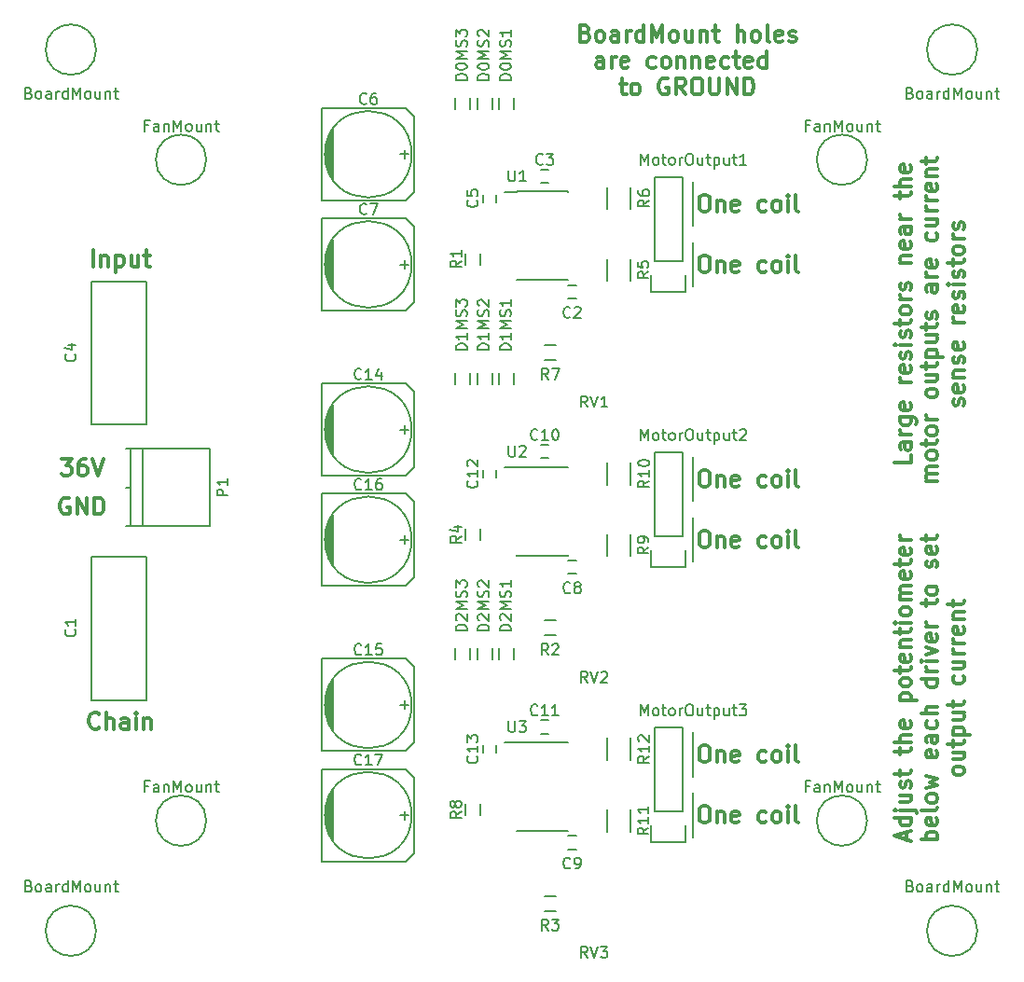
<source format=gbr>
G04 #@! TF.FileFunction,Legend,Top*
%FSLAX46Y46*%
G04 Gerber Fmt 4.6, Leading zero omitted, Abs format (unit mm)*
G04 Created by KiCad (PCBNEW (2015-12-07 BZR 6352)-product) date Sun 16 Jul 2017 10:51:14 AM EDT*
%MOMM*%
G01*
G04 APERTURE LIST*
%ADD10C,0.100000*%
%ADD11C,0.300000*%
%ADD12C,0.200000*%
%ADD13C,0.150000*%
G04 APERTURE END LIST*
D10*
D11*
X132714286Y-34492857D02*
X132928572Y-34564286D01*
X133000000Y-34635714D01*
X133071429Y-34778571D01*
X133071429Y-34992857D01*
X133000000Y-35135714D01*
X132928572Y-35207143D01*
X132785714Y-35278571D01*
X132214286Y-35278571D01*
X132214286Y-33778571D01*
X132714286Y-33778571D01*
X132857143Y-33850000D01*
X132928572Y-33921429D01*
X133000000Y-34064286D01*
X133000000Y-34207143D01*
X132928572Y-34350000D01*
X132857143Y-34421429D01*
X132714286Y-34492857D01*
X132214286Y-34492857D01*
X133928572Y-35278571D02*
X133785714Y-35207143D01*
X133714286Y-35135714D01*
X133642857Y-34992857D01*
X133642857Y-34564286D01*
X133714286Y-34421429D01*
X133785714Y-34350000D01*
X133928572Y-34278571D01*
X134142857Y-34278571D01*
X134285714Y-34350000D01*
X134357143Y-34421429D01*
X134428572Y-34564286D01*
X134428572Y-34992857D01*
X134357143Y-35135714D01*
X134285714Y-35207143D01*
X134142857Y-35278571D01*
X133928572Y-35278571D01*
X135714286Y-35278571D02*
X135714286Y-34492857D01*
X135642857Y-34350000D01*
X135500000Y-34278571D01*
X135214286Y-34278571D01*
X135071429Y-34350000D01*
X135714286Y-35207143D02*
X135571429Y-35278571D01*
X135214286Y-35278571D01*
X135071429Y-35207143D01*
X135000000Y-35064286D01*
X135000000Y-34921429D01*
X135071429Y-34778571D01*
X135214286Y-34707143D01*
X135571429Y-34707143D01*
X135714286Y-34635714D01*
X136428572Y-35278571D02*
X136428572Y-34278571D01*
X136428572Y-34564286D02*
X136500000Y-34421429D01*
X136571429Y-34350000D01*
X136714286Y-34278571D01*
X136857143Y-34278571D01*
X138000000Y-35278571D02*
X138000000Y-33778571D01*
X138000000Y-35207143D02*
X137857143Y-35278571D01*
X137571429Y-35278571D01*
X137428571Y-35207143D01*
X137357143Y-35135714D01*
X137285714Y-34992857D01*
X137285714Y-34564286D01*
X137357143Y-34421429D01*
X137428571Y-34350000D01*
X137571429Y-34278571D01*
X137857143Y-34278571D01*
X138000000Y-34350000D01*
X138714286Y-35278571D02*
X138714286Y-33778571D01*
X139214286Y-34850000D01*
X139714286Y-33778571D01*
X139714286Y-35278571D01*
X140642858Y-35278571D02*
X140500000Y-35207143D01*
X140428572Y-35135714D01*
X140357143Y-34992857D01*
X140357143Y-34564286D01*
X140428572Y-34421429D01*
X140500000Y-34350000D01*
X140642858Y-34278571D01*
X140857143Y-34278571D01*
X141000000Y-34350000D01*
X141071429Y-34421429D01*
X141142858Y-34564286D01*
X141142858Y-34992857D01*
X141071429Y-35135714D01*
X141000000Y-35207143D01*
X140857143Y-35278571D01*
X140642858Y-35278571D01*
X142428572Y-34278571D02*
X142428572Y-35278571D01*
X141785715Y-34278571D02*
X141785715Y-35064286D01*
X141857143Y-35207143D01*
X142000001Y-35278571D01*
X142214286Y-35278571D01*
X142357143Y-35207143D01*
X142428572Y-35135714D01*
X143142858Y-34278571D02*
X143142858Y-35278571D01*
X143142858Y-34421429D02*
X143214286Y-34350000D01*
X143357144Y-34278571D01*
X143571429Y-34278571D01*
X143714286Y-34350000D01*
X143785715Y-34492857D01*
X143785715Y-35278571D01*
X144285715Y-34278571D02*
X144857144Y-34278571D01*
X144500001Y-33778571D02*
X144500001Y-35064286D01*
X144571429Y-35207143D01*
X144714287Y-35278571D01*
X144857144Y-35278571D01*
X146500001Y-35278571D02*
X146500001Y-33778571D01*
X147142858Y-35278571D02*
X147142858Y-34492857D01*
X147071429Y-34350000D01*
X146928572Y-34278571D01*
X146714287Y-34278571D01*
X146571429Y-34350000D01*
X146500001Y-34421429D01*
X148071430Y-35278571D02*
X147928572Y-35207143D01*
X147857144Y-35135714D01*
X147785715Y-34992857D01*
X147785715Y-34564286D01*
X147857144Y-34421429D01*
X147928572Y-34350000D01*
X148071430Y-34278571D01*
X148285715Y-34278571D01*
X148428572Y-34350000D01*
X148500001Y-34421429D01*
X148571430Y-34564286D01*
X148571430Y-34992857D01*
X148500001Y-35135714D01*
X148428572Y-35207143D01*
X148285715Y-35278571D01*
X148071430Y-35278571D01*
X149428573Y-35278571D02*
X149285715Y-35207143D01*
X149214287Y-35064286D01*
X149214287Y-33778571D01*
X150571429Y-35207143D02*
X150428572Y-35278571D01*
X150142858Y-35278571D01*
X150000001Y-35207143D01*
X149928572Y-35064286D01*
X149928572Y-34492857D01*
X150000001Y-34350000D01*
X150142858Y-34278571D01*
X150428572Y-34278571D01*
X150571429Y-34350000D01*
X150642858Y-34492857D01*
X150642858Y-34635714D01*
X149928572Y-34778571D01*
X151214286Y-35207143D02*
X151357143Y-35278571D01*
X151642858Y-35278571D01*
X151785715Y-35207143D01*
X151857143Y-35064286D01*
X151857143Y-34992857D01*
X151785715Y-34850000D01*
X151642858Y-34778571D01*
X151428572Y-34778571D01*
X151285715Y-34707143D01*
X151214286Y-34564286D01*
X151214286Y-34492857D01*
X151285715Y-34350000D01*
X151428572Y-34278571D01*
X151642858Y-34278571D01*
X151785715Y-34350000D01*
X134357144Y-37678571D02*
X134357144Y-36892857D01*
X134285715Y-36750000D01*
X134142858Y-36678571D01*
X133857144Y-36678571D01*
X133714287Y-36750000D01*
X134357144Y-37607143D02*
X134214287Y-37678571D01*
X133857144Y-37678571D01*
X133714287Y-37607143D01*
X133642858Y-37464286D01*
X133642858Y-37321429D01*
X133714287Y-37178571D01*
X133857144Y-37107143D01*
X134214287Y-37107143D01*
X134357144Y-37035714D01*
X135071430Y-37678571D02*
X135071430Y-36678571D01*
X135071430Y-36964286D02*
X135142858Y-36821429D01*
X135214287Y-36750000D01*
X135357144Y-36678571D01*
X135500001Y-36678571D01*
X136571429Y-37607143D02*
X136428572Y-37678571D01*
X136142858Y-37678571D01*
X136000001Y-37607143D01*
X135928572Y-37464286D01*
X135928572Y-36892857D01*
X136000001Y-36750000D01*
X136142858Y-36678571D01*
X136428572Y-36678571D01*
X136571429Y-36750000D01*
X136642858Y-36892857D01*
X136642858Y-37035714D01*
X135928572Y-37178571D01*
X139071429Y-37607143D02*
X138928572Y-37678571D01*
X138642858Y-37678571D01*
X138500000Y-37607143D01*
X138428572Y-37535714D01*
X138357143Y-37392857D01*
X138357143Y-36964286D01*
X138428572Y-36821429D01*
X138500000Y-36750000D01*
X138642858Y-36678571D01*
X138928572Y-36678571D01*
X139071429Y-36750000D01*
X139928572Y-37678571D02*
X139785714Y-37607143D01*
X139714286Y-37535714D01*
X139642857Y-37392857D01*
X139642857Y-36964286D01*
X139714286Y-36821429D01*
X139785714Y-36750000D01*
X139928572Y-36678571D01*
X140142857Y-36678571D01*
X140285714Y-36750000D01*
X140357143Y-36821429D01*
X140428572Y-36964286D01*
X140428572Y-37392857D01*
X140357143Y-37535714D01*
X140285714Y-37607143D01*
X140142857Y-37678571D01*
X139928572Y-37678571D01*
X141071429Y-36678571D02*
X141071429Y-37678571D01*
X141071429Y-36821429D02*
X141142857Y-36750000D01*
X141285715Y-36678571D01*
X141500000Y-36678571D01*
X141642857Y-36750000D01*
X141714286Y-36892857D01*
X141714286Y-37678571D01*
X142428572Y-36678571D02*
X142428572Y-37678571D01*
X142428572Y-36821429D02*
X142500000Y-36750000D01*
X142642858Y-36678571D01*
X142857143Y-36678571D01*
X143000000Y-36750000D01*
X143071429Y-36892857D01*
X143071429Y-37678571D01*
X144357143Y-37607143D02*
X144214286Y-37678571D01*
X143928572Y-37678571D01*
X143785715Y-37607143D01*
X143714286Y-37464286D01*
X143714286Y-36892857D01*
X143785715Y-36750000D01*
X143928572Y-36678571D01*
X144214286Y-36678571D01*
X144357143Y-36750000D01*
X144428572Y-36892857D01*
X144428572Y-37035714D01*
X143714286Y-37178571D01*
X145714286Y-37607143D02*
X145571429Y-37678571D01*
X145285715Y-37678571D01*
X145142857Y-37607143D01*
X145071429Y-37535714D01*
X145000000Y-37392857D01*
X145000000Y-36964286D01*
X145071429Y-36821429D01*
X145142857Y-36750000D01*
X145285715Y-36678571D01*
X145571429Y-36678571D01*
X145714286Y-36750000D01*
X146142857Y-36678571D02*
X146714286Y-36678571D01*
X146357143Y-36178571D02*
X146357143Y-37464286D01*
X146428571Y-37607143D01*
X146571429Y-37678571D01*
X146714286Y-37678571D01*
X147785714Y-37607143D02*
X147642857Y-37678571D01*
X147357143Y-37678571D01*
X147214286Y-37607143D01*
X147142857Y-37464286D01*
X147142857Y-36892857D01*
X147214286Y-36750000D01*
X147357143Y-36678571D01*
X147642857Y-36678571D01*
X147785714Y-36750000D01*
X147857143Y-36892857D01*
X147857143Y-37035714D01*
X147142857Y-37178571D01*
X149142857Y-37678571D02*
X149142857Y-36178571D01*
X149142857Y-37607143D02*
X149000000Y-37678571D01*
X148714286Y-37678571D01*
X148571428Y-37607143D01*
X148500000Y-37535714D01*
X148428571Y-37392857D01*
X148428571Y-36964286D01*
X148500000Y-36821429D01*
X148571428Y-36750000D01*
X148714286Y-36678571D01*
X149000000Y-36678571D01*
X149142857Y-36750000D01*
X135857142Y-39078571D02*
X136428571Y-39078571D01*
X136071428Y-38578571D02*
X136071428Y-39864286D01*
X136142856Y-40007143D01*
X136285714Y-40078571D01*
X136428571Y-40078571D01*
X137142857Y-40078571D02*
X136999999Y-40007143D01*
X136928571Y-39935714D01*
X136857142Y-39792857D01*
X136857142Y-39364286D01*
X136928571Y-39221429D01*
X136999999Y-39150000D01*
X137142857Y-39078571D01*
X137357142Y-39078571D01*
X137499999Y-39150000D01*
X137571428Y-39221429D01*
X137642857Y-39364286D01*
X137642857Y-39792857D01*
X137571428Y-39935714D01*
X137499999Y-40007143D01*
X137357142Y-40078571D01*
X137142857Y-40078571D01*
X140214285Y-38650000D02*
X140071428Y-38578571D01*
X139857142Y-38578571D01*
X139642857Y-38650000D01*
X139499999Y-38792857D01*
X139428571Y-38935714D01*
X139357142Y-39221429D01*
X139357142Y-39435714D01*
X139428571Y-39721429D01*
X139499999Y-39864286D01*
X139642857Y-40007143D01*
X139857142Y-40078571D01*
X139999999Y-40078571D01*
X140214285Y-40007143D01*
X140285714Y-39935714D01*
X140285714Y-39435714D01*
X139999999Y-39435714D01*
X141785714Y-40078571D02*
X141285714Y-39364286D01*
X140928571Y-40078571D02*
X140928571Y-38578571D01*
X141499999Y-38578571D01*
X141642857Y-38650000D01*
X141714285Y-38721429D01*
X141785714Y-38864286D01*
X141785714Y-39078571D01*
X141714285Y-39221429D01*
X141642857Y-39292857D01*
X141499999Y-39364286D01*
X140928571Y-39364286D01*
X142714285Y-38578571D02*
X142999999Y-38578571D01*
X143142857Y-38650000D01*
X143285714Y-38792857D01*
X143357142Y-39078571D01*
X143357142Y-39578571D01*
X143285714Y-39864286D01*
X143142857Y-40007143D01*
X142999999Y-40078571D01*
X142714285Y-40078571D01*
X142571428Y-40007143D01*
X142428571Y-39864286D01*
X142357142Y-39578571D01*
X142357142Y-39078571D01*
X142428571Y-38792857D01*
X142571428Y-38650000D01*
X142714285Y-38578571D01*
X144000000Y-38578571D02*
X144000000Y-39792857D01*
X144071428Y-39935714D01*
X144142857Y-40007143D01*
X144285714Y-40078571D01*
X144571428Y-40078571D01*
X144714286Y-40007143D01*
X144785714Y-39935714D01*
X144857143Y-39792857D01*
X144857143Y-38578571D01*
X145571429Y-40078571D02*
X145571429Y-38578571D01*
X146428572Y-40078571D01*
X146428572Y-38578571D01*
X147142858Y-40078571D02*
X147142858Y-38578571D01*
X147500001Y-38578571D01*
X147714286Y-38650000D01*
X147857144Y-38792857D01*
X147928572Y-38935714D01*
X148000001Y-39221429D01*
X148000001Y-39435714D01*
X147928572Y-39721429D01*
X147857144Y-39864286D01*
X147714286Y-40007143D01*
X147500001Y-40078571D01*
X147142858Y-40078571D01*
X161850000Y-107750000D02*
X161850000Y-107035714D01*
X162278571Y-107892857D02*
X160778571Y-107392857D01*
X162278571Y-106892857D01*
X162278571Y-105750000D02*
X160778571Y-105750000D01*
X162207143Y-105750000D02*
X162278571Y-105892857D01*
X162278571Y-106178571D01*
X162207143Y-106321429D01*
X162135714Y-106392857D01*
X161992857Y-106464286D01*
X161564286Y-106464286D01*
X161421429Y-106392857D01*
X161350000Y-106321429D01*
X161278571Y-106178571D01*
X161278571Y-105892857D01*
X161350000Y-105750000D01*
X161278571Y-105035714D02*
X162564286Y-105035714D01*
X162707143Y-105107143D01*
X162778571Y-105250000D01*
X162778571Y-105321428D01*
X160778571Y-105035714D02*
X160850000Y-105107143D01*
X160921429Y-105035714D01*
X160850000Y-104964286D01*
X160778571Y-105035714D01*
X160921429Y-105035714D01*
X161278571Y-103678571D02*
X162278571Y-103678571D01*
X161278571Y-104321428D02*
X162064286Y-104321428D01*
X162207143Y-104250000D01*
X162278571Y-104107142D01*
X162278571Y-103892857D01*
X162207143Y-103750000D01*
X162135714Y-103678571D01*
X162207143Y-103035714D02*
X162278571Y-102892857D01*
X162278571Y-102607142D01*
X162207143Y-102464285D01*
X162064286Y-102392857D01*
X161992857Y-102392857D01*
X161850000Y-102464285D01*
X161778571Y-102607142D01*
X161778571Y-102821428D01*
X161707143Y-102964285D01*
X161564286Y-103035714D01*
X161492857Y-103035714D01*
X161350000Y-102964285D01*
X161278571Y-102821428D01*
X161278571Y-102607142D01*
X161350000Y-102464285D01*
X161278571Y-101964285D02*
X161278571Y-101392856D01*
X160778571Y-101749999D02*
X162064286Y-101749999D01*
X162207143Y-101678571D01*
X162278571Y-101535713D01*
X162278571Y-101392856D01*
X161278571Y-99964285D02*
X161278571Y-99392856D01*
X160778571Y-99749999D02*
X162064286Y-99749999D01*
X162207143Y-99678571D01*
X162278571Y-99535713D01*
X162278571Y-99392856D01*
X162278571Y-98892856D02*
X160778571Y-98892856D01*
X162278571Y-98249999D02*
X161492857Y-98249999D01*
X161350000Y-98321428D01*
X161278571Y-98464285D01*
X161278571Y-98678570D01*
X161350000Y-98821428D01*
X161421429Y-98892856D01*
X162207143Y-96964285D02*
X162278571Y-97107142D01*
X162278571Y-97392856D01*
X162207143Y-97535713D01*
X162064286Y-97607142D01*
X161492857Y-97607142D01*
X161350000Y-97535713D01*
X161278571Y-97392856D01*
X161278571Y-97107142D01*
X161350000Y-96964285D01*
X161492857Y-96892856D01*
X161635714Y-96892856D01*
X161778571Y-97607142D01*
X161278571Y-95107142D02*
X162778571Y-95107142D01*
X161350000Y-95107142D02*
X161278571Y-94964285D01*
X161278571Y-94678571D01*
X161350000Y-94535714D01*
X161421429Y-94464285D01*
X161564286Y-94392856D01*
X161992857Y-94392856D01*
X162135714Y-94464285D01*
X162207143Y-94535714D01*
X162278571Y-94678571D01*
X162278571Y-94964285D01*
X162207143Y-95107142D01*
X162278571Y-93535713D02*
X162207143Y-93678571D01*
X162135714Y-93749999D01*
X161992857Y-93821428D01*
X161564286Y-93821428D01*
X161421429Y-93749999D01*
X161350000Y-93678571D01*
X161278571Y-93535713D01*
X161278571Y-93321428D01*
X161350000Y-93178571D01*
X161421429Y-93107142D01*
X161564286Y-93035713D01*
X161992857Y-93035713D01*
X162135714Y-93107142D01*
X162207143Y-93178571D01*
X162278571Y-93321428D01*
X162278571Y-93535713D01*
X161278571Y-92607142D02*
X161278571Y-92035713D01*
X160778571Y-92392856D02*
X162064286Y-92392856D01*
X162207143Y-92321428D01*
X162278571Y-92178570D01*
X162278571Y-92035713D01*
X162207143Y-90964285D02*
X162278571Y-91107142D01*
X162278571Y-91392856D01*
X162207143Y-91535713D01*
X162064286Y-91607142D01*
X161492857Y-91607142D01*
X161350000Y-91535713D01*
X161278571Y-91392856D01*
X161278571Y-91107142D01*
X161350000Y-90964285D01*
X161492857Y-90892856D01*
X161635714Y-90892856D01*
X161778571Y-91607142D01*
X161278571Y-90249999D02*
X162278571Y-90249999D01*
X161421429Y-90249999D02*
X161350000Y-90178571D01*
X161278571Y-90035713D01*
X161278571Y-89821428D01*
X161350000Y-89678571D01*
X161492857Y-89607142D01*
X162278571Y-89607142D01*
X161278571Y-89107142D02*
X161278571Y-88535713D01*
X160778571Y-88892856D02*
X162064286Y-88892856D01*
X162207143Y-88821428D01*
X162278571Y-88678570D01*
X162278571Y-88535713D01*
X162278571Y-88035713D02*
X161278571Y-88035713D01*
X160778571Y-88035713D02*
X160850000Y-88107142D01*
X160921429Y-88035713D01*
X160850000Y-87964285D01*
X160778571Y-88035713D01*
X160921429Y-88035713D01*
X162278571Y-87107141D02*
X162207143Y-87249999D01*
X162135714Y-87321427D01*
X161992857Y-87392856D01*
X161564286Y-87392856D01*
X161421429Y-87321427D01*
X161350000Y-87249999D01*
X161278571Y-87107141D01*
X161278571Y-86892856D01*
X161350000Y-86749999D01*
X161421429Y-86678570D01*
X161564286Y-86607141D01*
X161992857Y-86607141D01*
X162135714Y-86678570D01*
X162207143Y-86749999D01*
X162278571Y-86892856D01*
X162278571Y-87107141D01*
X162278571Y-85964284D02*
X161278571Y-85964284D01*
X161421429Y-85964284D02*
X161350000Y-85892856D01*
X161278571Y-85749998D01*
X161278571Y-85535713D01*
X161350000Y-85392856D01*
X161492857Y-85321427D01*
X162278571Y-85321427D01*
X161492857Y-85321427D02*
X161350000Y-85249998D01*
X161278571Y-85107141D01*
X161278571Y-84892856D01*
X161350000Y-84749998D01*
X161492857Y-84678570D01*
X162278571Y-84678570D01*
X162207143Y-83392856D02*
X162278571Y-83535713D01*
X162278571Y-83821427D01*
X162207143Y-83964284D01*
X162064286Y-84035713D01*
X161492857Y-84035713D01*
X161350000Y-83964284D01*
X161278571Y-83821427D01*
X161278571Y-83535713D01*
X161350000Y-83392856D01*
X161492857Y-83321427D01*
X161635714Y-83321427D01*
X161778571Y-84035713D01*
X161278571Y-82892856D02*
X161278571Y-82321427D01*
X160778571Y-82678570D02*
X162064286Y-82678570D01*
X162207143Y-82607142D01*
X162278571Y-82464284D01*
X162278571Y-82321427D01*
X162207143Y-81249999D02*
X162278571Y-81392856D01*
X162278571Y-81678570D01*
X162207143Y-81821427D01*
X162064286Y-81892856D01*
X161492857Y-81892856D01*
X161350000Y-81821427D01*
X161278571Y-81678570D01*
X161278571Y-81392856D01*
X161350000Y-81249999D01*
X161492857Y-81178570D01*
X161635714Y-81178570D01*
X161778571Y-81892856D01*
X162278571Y-80535713D02*
X161278571Y-80535713D01*
X161564286Y-80535713D02*
X161421429Y-80464285D01*
X161350000Y-80392856D01*
X161278571Y-80249999D01*
X161278571Y-80107142D01*
X164678571Y-107714285D02*
X163178571Y-107714285D01*
X163750000Y-107714285D02*
X163678571Y-107571428D01*
X163678571Y-107285714D01*
X163750000Y-107142857D01*
X163821429Y-107071428D01*
X163964286Y-106999999D01*
X164392857Y-106999999D01*
X164535714Y-107071428D01*
X164607143Y-107142857D01*
X164678571Y-107285714D01*
X164678571Y-107571428D01*
X164607143Y-107714285D01*
X164607143Y-105785714D02*
X164678571Y-105928571D01*
X164678571Y-106214285D01*
X164607143Y-106357142D01*
X164464286Y-106428571D01*
X163892857Y-106428571D01*
X163750000Y-106357142D01*
X163678571Y-106214285D01*
X163678571Y-105928571D01*
X163750000Y-105785714D01*
X163892857Y-105714285D01*
X164035714Y-105714285D01*
X164178571Y-106428571D01*
X164678571Y-104857142D02*
X164607143Y-105000000D01*
X164464286Y-105071428D01*
X163178571Y-105071428D01*
X164678571Y-104071428D02*
X164607143Y-104214286D01*
X164535714Y-104285714D01*
X164392857Y-104357143D01*
X163964286Y-104357143D01*
X163821429Y-104285714D01*
X163750000Y-104214286D01*
X163678571Y-104071428D01*
X163678571Y-103857143D01*
X163750000Y-103714286D01*
X163821429Y-103642857D01*
X163964286Y-103571428D01*
X164392857Y-103571428D01*
X164535714Y-103642857D01*
X164607143Y-103714286D01*
X164678571Y-103857143D01*
X164678571Y-104071428D01*
X163678571Y-103071428D02*
X164678571Y-102785714D01*
X163964286Y-102500000D01*
X164678571Y-102214285D01*
X163678571Y-101928571D01*
X164607143Y-99642857D02*
X164678571Y-99785714D01*
X164678571Y-100071428D01*
X164607143Y-100214285D01*
X164464286Y-100285714D01*
X163892857Y-100285714D01*
X163750000Y-100214285D01*
X163678571Y-100071428D01*
X163678571Y-99785714D01*
X163750000Y-99642857D01*
X163892857Y-99571428D01*
X164035714Y-99571428D01*
X164178571Y-100285714D01*
X164678571Y-98285714D02*
X163892857Y-98285714D01*
X163750000Y-98357143D01*
X163678571Y-98500000D01*
X163678571Y-98785714D01*
X163750000Y-98928571D01*
X164607143Y-98285714D02*
X164678571Y-98428571D01*
X164678571Y-98785714D01*
X164607143Y-98928571D01*
X164464286Y-99000000D01*
X164321429Y-99000000D01*
X164178571Y-98928571D01*
X164107143Y-98785714D01*
X164107143Y-98428571D01*
X164035714Y-98285714D01*
X164607143Y-96928571D02*
X164678571Y-97071428D01*
X164678571Y-97357142D01*
X164607143Y-97500000D01*
X164535714Y-97571428D01*
X164392857Y-97642857D01*
X163964286Y-97642857D01*
X163821429Y-97571428D01*
X163750000Y-97500000D01*
X163678571Y-97357142D01*
X163678571Y-97071428D01*
X163750000Y-96928571D01*
X164678571Y-96285714D02*
X163178571Y-96285714D01*
X164678571Y-95642857D02*
X163892857Y-95642857D01*
X163750000Y-95714286D01*
X163678571Y-95857143D01*
X163678571Y-96071428D01*
X163750000Y-96214286D01*
X163821429Y-96285714D01*
X164678571Y-93142857D02*
X163178571Y-93142857D01*
X164607143Y-93142857D02*
X164678571Y-93285714D01*
X164678571Y-93571428D01*
X164607143Y-93714286D01*
X164535714Y-93785714D01*
X164392857Y-93857143D01*
X163964286Y-93857143D01*
X163821429Y-93785714D01*
X163750000Y-93714286D01*
X163678571Y-93571428D01*
X163678571Y-93285714D01*
X163750000Y-93142857D01*
X164678571Y-92428571D02*
X163678571Y-92428571D01*
X163964286Y-92428571D02*
X163821429Y-92357143D01*
X163750000Y-92285714D01*
X163678571Y-92142857D01*
X163678571Y-92000000D01*
X164678571Y-91500000D02*
X163678571Y-91500000D01*
X163178571Y-91500000D02*
X163250000Y-91571429D01*
X163321429Y-91500000D01*
X163250000Y-91428572D01*
X163178571Y-91500000D01*
X163321429Y-91500000D01*
X163678571Y-90928571D02*
X164678571Y-90571428D01*
X163678571Y-90214286D01*
X164607143Y-89071429D02*
X164678571Y-89214286D01*
X164678571Y-89500000D01*
X164607143Y-89642857D01*
X164464286Y-89714286D01*
X163892857Y-89714286D01*
X163750000Y-89642857D01*
X163678571Y-89500000D01*
X163678571Y-89214286D01*
X163750000Y-89071429D01*
X163892857Y-89000000D01*
X164035714Y-89000000D01*
X164178571Y-89714286D01*
X164678571Y-88357143D02*
X163678571Y-88357143D01*
X163964286Y-88357143D02*
X163821429Y-88285715D01*
X163750000Y-88214286D01*
X163678571Y-88071429D01*
X163678571Y-87928572D01*
X163678571Y-86500001D02*
X163678571Y-85928572D01*
X163178571Y-86285715D02*
X164464286Y-86285715D01*
X164607143Y-86214287D01*
X164678571Y-86071429D01*
X164678571Y-85928572D01*
X164678571Y-85214286D02*
X164607143Y-85357144D01*
X164535714Y-85428572D01*
X164392857Y-85500001D01*
X163964286Y-85500001D01*
X163821429Y-85428572D01*
X163750000Y-85357144D01*
X163678571Y-85214286D01*
X163678571Y-85000001D01*
X163750000Y-84857144D01*
X163821429Y-84785715D01*
X163964286Y-84714286D01*
X164392857Y-84714286D01*
X164535714Y-84785715D01*
X164607143Y-84857144D01*
X164678571Y-85000001D01*
X164678571Y-85214286D01*
X164607143Y-83000001D02*
X164678571Y-82857144D01*
X164678571Y-82571429D01*
X164607143Y-82428572D01*
X164464286Y-82357144D01*
X164392857Y-82357144D01*
X164250000Y-82428572D01*
X164178571Y-82571429D01*
X164178571Y-82785715D01*
X164107143Y-82928572D01*
X163964286Y-83000001D01*
X163892857Y-83000001D01*
X163750000Y-82928572D01*
X163678571Y-82785715D01*
X163678571Y-82571429D01*
X163750000Y-82428572D01*
X164607143Y-81142858D02*
X164678571Y-81285715D01*
X164678571Y-81571429D01*
X164607143Y-81714286D01*
X164464286Y-81785715D01*
X163892857Y-81785715D01*
X163750000Y-81714286D01*
X163678571Y-81571429D01*
X163678571Y-81285715D01*
X163750000Y-81142858D01*
X163892857Y-81071429D01*
X164035714Y-81071429D01*
X164178571Y-81785715D01*
X163678571Y-80642858D02*
X163678571Y-80071429D01*
X163178571Y-80428572D02*
X164464286Y-80428572D01*
X164607143Y-80357144D01*
X164678571Y-80214286D01*
X164678571Y-80071429D01*
X167078571Y-101571428D02*
X167007143Y-101714286D01*
X166935714Y-101785714D01*
X166792857Y-101857143D01*
X166364286Y-101857143D01*
X166221429Y-101785714D01*
X166150000Y-101714286D01*
X166078571Y-101571428D01*
X166078571Y-101357143D01*
X166150000Y-101214286D01*
X166221429Y-101142857D01*
X166364286Y-101071428D01*
X166792857Y-101071428D01*
X166935714Y-101142857D01*
X167007143Y-101214286D01*
X167078571Y-101357143D01*
X167078571Y-101571428D01*
X166078571Y-99785714D02*
X167078571Y-99785714D01*
X166078571Y-100428571D02*
X166864286Y-100428571D01*
X167007143Y-100357143D01*
X167078571Y-100214285D01*
X167078571Y-100000000D01*
X167007143Y-99857143D01*
X166935714Y-99785714D01*
X166078571Y-99285714D02*
X166078571Y-98714285D01*
X165578571Y-99071428D02*
X166864286Y-99071428D01*
X167007143Y-99000000D01*
X167078571Y-98857142D01*
X167078571Y-98714285D01*
X166078571Y-98214285D02*
X167578571Y-98214285D01*
X166150000Y-98214285D02*
X166078571Y-98071428D01*
X166078571Y-97785714D01*
X166150000Y-97642857D01*
X166221429Y-97571428D01*
X166364286Y-97499999D01*
X166792857Y-97499999D01*
X166935714Y-97571428D01*
X167007143Y-97642857D01*
X167078571Y-97785714D01*
X167078571Y-98071428D01*
X167007143Y-98214285D01*
X166078571Y-96214285D02*
X167078571Y-96214285D01*
X166078571Y-96857142D02*
X166864286Y-96857142D01*
X167007143Y-96785714D01*
X167078571Y-96642856D01*
X167078571Y-96428571D01*
X167007143Y-96285714D01*
X166935714Y-96214285D01*
X166078571Y-95714285D02*
X166078571Y-95142856D01*
X165578571Y-95499999D02*
X166864286Y-95499999D01*
X167007143Y-95428571D01*
X167078571Y-95285713D01*
X167078571Y-95142856D01*
X167007143Y-92857142D02*
X167078571Y-92999999D01*
X167078571Y-93285713D01*
X167007143Y-93428571D01*
X166935714Y-93499999D01*
X166792857Y-93571428D01*
X166364286Y-93571428D01*
X166221429Y-93499999D01*
X166150000Y-93428571D01*
X166078571Y-93285713D01*
X166078571Y-92999999D01*
X166150000Y-92857142D01*
X166078571Y-91571428D02*
X167078571Y-91571428D01*
X166078571Y-92214285D02*
X166864286Y-92214285D01*
X167007143Y-92142857D01*
X167078571Y-91999999D01*
X167078571Y-91785714D01*
X167007143Y-91642857D01*
X166935714Y-91571428D01*
X167078571Y-90857142D02*
X166078571Y-90857142D01*
X166364286Y-90857142D02*
X166221429Y-90785714D01*
X166150000Y-90714285D01*
X166078571Y-90571428D01*
X166078571Y-90428571D01*
X167078571Y-89928571D02*
X166078571Y-89928571D01*
X166364286Y-89928571D02*
X166221429Y-89857143D01*
X166150000Y-89785714D01*
X166078571Y-89642857D01*
X166078571Y-89500000D01*
X167007143Y-88428572D02*
X167078571Y-88571429D01*
X167078571Y-88857143D01*
X167007143Y-89000000D01*
X166864286Y-89071429D01*
X166292857Y-89071429D01*
X166150000Y-89000000D01*
X166078571Y-88857143D01*
X166078571Y-88571429D01*
X166150000Y-88428572D01*
X166292857Y-88357143D01*
X166435714Y-88357143D01*
X166578571Y-89071429D01*
X166078571Y-87714286D02*
X167078571Y-87714286D01*
X166221429Y-87714286D02*
X166150000Y-87642858D01*
X166078571Y-87500000D01*
X166078571Y-87285715D01*
X166150000Y-87142858D01*
X166292857Y-87071429D01*
X167078571Y-87071429D01*
X166078571Y-86571429D02*
X166078571Y-86000000D01*
X165578571Y-86357143D02*
X166864286Y-86357143D01*
X167007143Y-86285715D01*
X167078571Y-86142857D01*
X167078571Y-86000000D01*
X162278571Y-72785713D02*
X162278571Y-73499999D01*
X160778571Y-73499999D01*
X162278571Y-71642856D02*
X161492857Y-71642856D01*
X161350000Y-71714285D01*
X161278571Y-71857142D01*
X161278571Y-72142856D01*
X161350000Y-72285713D01*
X162207143Y-71642856D02*
X162278571Y-71785713D01*
X162278571Y-72142856D01*
X162207143Y-72285713D01*
X162064286Y-72357142D01*
X161921429Y-72357142D01*
X161778571Y-72285713D01*
X161707143Y-72142856D01*
X161707143Y-71785713D01*
X161635714Y-71642856D01*
X162278571Y-70928570D02*
X161278571Y-70928570D01*
X161564286Y-70928570D02*
X161421429Y-70857142D01*
X161350000Y-70785713D01*
X161278571Y-70642856D01*
X161278571Y-70499999D01*
X161278571Y-69357142D02*
X162492857Y-69357142D01*
X162635714Y-69428571D01*
X162707143Y-69499999D01*
X162778571Y-69642856D01*
X162778571Y-69857142D01*
X162707143Y-69999999D01*
X162207143Y-69357142D02*
X162278571Y-69499999D01*
X162278571Y-69785713D01*
X162207143Y-69928571D01*
X162135714Y-69999999D01*
X161992857Y-70071428D01*
X161564286Y-70071428D01*
X161421429Y-69999999D01*
X161350000Y-69928571D01*
X161278571Y-69785713D01*
X161278571Y-69499999D01*
X161350000Y-69357142D01*
X162207143Y-68071428D02*
X162278571Y-68214285D01*
X162278571Y-68499999D01*
X162207143Y-68642856D01*
X162064286Y-68714285D01*
X161492857Y-68714285D01*
X161350000Y-68642856D01*
X161278571Y-68499999D01*
X161278571Y-68214285D01*
X161350000Y-68071428D01*
X161492857Y-67999999D01*
X161635714Y-67999999D01*
X161778571Y-68714285D01*
X162278571Y-66214285D02*
X161278571Y-66214285D01*
X161564286Y-66214285D02*
X161421429Y-66142857D01*
X161350000Y-66071428D01*
X161278571Y-65928571D01*
X161278571Y-65785714D01*
X162207143Y-64714286D02*
X162278571Y-64857143D01*
X162278571Y-65142857D01*
X162207143Y-65285714D01*
X162064286Y-65357143D01*
X161492857Y-65357143D01*
X161350000Y-65285714D01*
X161278571Y-65142857D01*
X161278571Y-64857143D01*
X161350000Y-64714286D01*
X161492857Y-64642857D01*
X161635714Y-64642857D01*
X161778571Y-65357143D01*
X162207143Y-64071429D02*
X162278571Y-63928572D01*
X162278571Y-63642857D01*
X162207143Y-63500000D01*
X162064286Y-63428572D01*
X161992857Y-63428572D01*
X161850000Y-63500000D01*
X161778571Y-63642857D01*
X161778571Y-63857143D01*
X161707143Y-64000000D01*
X161564286Y-64071429D01*
X161492857Y-64071429D01*
X161350000Y-64000000D01*
X161278571Y-63857143D01*
X161278571Y-63642857D01*
X161350000Y-63500000D01*
X162278571Y-62785714D02*
X161278571Y-62785714D01*
X160778571Y-62785714D02*
X160850000Y-62857143D01*
X160921429Y-62785714D01*
X160850000Y-62714286D01*
X160778571Y-62785714D01*
X160921429Y-62785714D01*
X162207143Y-62142857D02*
X162278571Y-62000000D01*
X162278571Y-61714285D01*
X162207143Y-61571428D01*
X162064286Y-61500000D01*
X161992857Y-61500000D01*
X161850000Y-61571428D01*
X161778571Y-61714285D01*
X161778571Y-61928571D01*
X161707143Y-62071428D01*
X161564286Y-62142857D01*
X161492857Y-62142857D01*
X161350000Y-62071428D01*
X161278571Y-61928571D01*
X161278571Y-61714285D01*
X161350000Y-61571428D01*
X161278571Y-61071428D02*
X161278571Y-60499999D01*
X160778571Y-60857142D02*
X162064286Y-60857142D01*
X162207143Y-60785714D01*
X162278571Y-60642856D01*
X162278571Y-60499999D01*
X162278571Y-59785713D02*
X162207143Y-59928571D01*
X162135714Y-59999999D01*
X161992857Y-60071428D01*
X161564286Y-60071428D01*
X161421429Y-59999999D01*
X161350000Y-59928571D01*
X161278571Y-59785713D01*
X161278571Y-59571428D01*
X161350000Y-59428571D01*
X161421429Y-59357142D01*
X161564286Y-59285713D01*
X161992857Y-59285713D01*
X162135714Y-59357142D01*
X162207143Y-59428571D01*
X162278571Y-59571428D01*
X162278571Y-59785713D01*
X162278571Y-58642856D02*
X161278571Y-58642856D01*
X161564286Y-58642856D02*
X161421429Y-58571428D01*
X161350000Y-58499999D01*
X161278571Y-58357142D01*
X161278571Y-58214285D01*
X162207143Y-57785714D02*
X162278571Y-57642857D01*
X162278571Y-57357142D01*
X162207143Y-57214285D01*
X162064286Y-57142857D01*
X161992857Y-57142857D01*
X161850000Y-57214285D01*
X161778571Y-57357142D01*
X161778571Y-57571428D01*
X161707143Y-57714285D01*
X161564286Y-57785714D01*
X161492857Y-57785714D01*
X161350000Y-57714285D01*
X161278571Y-57571428D01*
X161278571Y-57357142D01*
X161350000Y-57214285D01*
X161278571Y-55357142D02*
X162278571Y-55357142D01*
X161421429Y-55357142D02*
X161350000Y-55285714D01*
X161278571Y-55142856D01*
X161278571Y-54928571D01*
X161350000Y-54785714D01*
X161492857Y-54714285D01*
X162278571Y-54714285D01*
X162207143Y-53428571D02*
X162278571Y-53571428D01*
X162278571Y-53857142D01*
X162207143Y-53999999D01*
X162064286Y-54071428D01*
X161492857Y-54071428D01*
X161350000Y-53999999D01*
X161278571Y-53857142D01*
X161278571Y-53571428D01*
X161350000Y-53428571D01*
X161492857Y-53357142D01*
X161635714Y-53357142D01*
X161778571Y-54071428D01*
X162278571Y-52071428D02*
X161492857Y-52071428D01*
X161350000Y-52142857D01*
X161278571Y-52285714D01*
X161278571Y-52571428D01*
X161350000Y-52714285D01*
X162207143Y-52071428D02*
X162278571Y-52214285D01*
X162278571Y-52571428D01*
X162207143Y-52714285D01*
X162064286Y-52785714D01*
X161921429Y-52785714D01*
X161778571Y-52714285D01*
X161707143Y-52571428D01*
X161707143Y-52214285D01*
X161635714Y-52071428D01*
X162278571Y-51357142D02*
X161278571Y-51357142D01*
X161564286Y-51357142D02*
X161421429Y-51285714D01*
X161350000Y-51214285D01*
X161278571Y-51071428D01*
X161278571Y-50928571D01*
X161278571Y-49500000D02*
X161278571Y-48928571D01*
X160778571Y-49285714D02*
X162064286Y-49285714D01*
X162207143Y-49214286D01*
X162278571Y-49071428D01*
X162278571Y-48928571D01*
X162278571Y-48428571D02*
X160778571Y-48428571D01*
X162278571Y-47785714D02*
X161492857Y-47785714D01*
X161350000Y-47857143D01*
X161278571Y-48000000D01*
X161278571Y-48214285D01*
X161350000Y-48357143D01*
X161421429Y-48428571D01*
X162207143Y-46500000D02*
X162278571Y-46642857D01*
X162278571Y-46928571D01*
X162207143Y-47071428D01*
X162064286Y-47142857D01*
X161492857Y-47142857D01*
X161350000Y-47071428D01*
X161278571Y-46928571D01*
X161278571Y-46642857D01*
X161350000Y-46500000D01*
X161492857Y-46428571D01*
X161635714Y-46428571D01*
X161778571Y-47142857D01*
X164678571Y-75142856D02*
X163678571Y-75142856D01*
X163821429Y-75142856D02*
X163750000Y-75071428D01*
X163678571Y-74928570D01*
X163678571Y-74714285D01*
X163750000Y-74571428D01*
X163892857Y-74499999D01*
X164678571Y-74499999D01*
X163892857Y-74499999D02*
X163750000Y-74428570D01*
X163678571Y-74285713D01*
X163678571Y-74071428D01*
X163750000Y-73928570D01*
X163892857Y-73857142D01*
X164678571Y-73857142D01*
X164678571Y-72928570D02*
X164607143Y-73071428D01*
X164535714Y-73142856D01*
X164392857Y-73214285D01*
X163964286Y-73214285D01*
X163821429Y-73142856D01*
X163750000Y-73071428D01*
X163678571Y-72928570D01*
X163678571Y-72714285D01*
X163750000Y-72571428D01*
X163821429Y-72499999D01*
X163964286Y-72428570D01*
X164392857Y-72428570D01*
X164535714Y-72499999D01*
X164607143Y-72571428D01*
X164678571Y-72714285D01*
X164678571Y-72928570D01*
X163678571Y-71999999D02*
X163678571Y-71428570D01*
X163178571Y-71785713D02*
X164464286Y-71785713D01*
X164607143Y-71714285D01*
X164678571Y-71571427D01*
X164678571Y-71428570D01*
X164678571Y-70714284D02*
X164607143Y-70857142D01*
X164535714Y-70928570D01*
X164392857Y-70999999D01*
X163964286Y-70999999D01*
X163821429Y-70928570D01*
X163750000Y-70857142D01*
X163678571Y-70714284D01*
X163678571Y-70499999D01*
X163750000Y-70357142D01*
X163821429Y-70285713D01*
X163964286Y-70214284D01*
X164392857Y-70214284D01*
X164535714Y-70285713D01*
X164607143Y-70357142D01*
X164678571Y-70499999D01*
X164678571Y-70714284D01*
X164678571Y-69571427D02*
X163678571Y-69571427D01*
X163964286Y-69571427D02*
X163821429Y-69499999D01*
X163750000Y-69428570D01*
X163678571Y-69285713D01*
X163678571Y-69142856D01*
X164678571Y-67285713D02*
X164607143Y-67428571D01*
X164535714Y-67499999D01*
X164392857Y-67571428D01*
X163964286Y-67571428D01*
X163821429Y-67499999D01*
X163750000Y-67428571D01*
X163678571Y-67285713D01*
X163678571Y-67071428D01*
X163750000Y-66928571D01*
X163821429Y-66857142D01*
X163964286Y-66785713D01*
X164392857Y-66785713D01*
X164535714Y-66857142D01*
X164607143Y-66928571D01*
X164678571Y-67071428D01*
X164678571Y-67285713D01*
X163678571Y-65499999D02*
X164678571Y-65499999D01*
X163678571Y-66142856D02*
X164464286Y-66142856D01*
X164607143Y-66071428D01*
X164678571Y-65928570D01*
X164678571Y-65714285D01*
X164607143Y-65571428D01*
X164535714Y-65499999D01*
X163678571Y-64999999D02*
X163678571Y-64428570D01*
X163178571Y-64785713D02*
X164464286Y-64785713D01*
X164607143Y-64714285D01*
X164678571Y-64571427D01*
X164678571Y-64428570D01*
X163678571Y-63928570D02*
X165178571Y-63928570D01*
X163750000Y-63928570D02*
X163678571Y-63785713D01*
X163678571Y-63499999D01*
X163750000Y-63357142D01*
X163821429Y-63285713D01*
X163964286Y-63214284D01*
X164392857Y-63214284D01*
X164535714Y-63285713D01*
X164607143Y-63357142D01*
X164678571Y-63499999D01*
X164678571Y-63785713D01*
X164607143Y-63928570D01*
X163678571Y-61928570D02*
X164678571Y-61928570D01*
X163678571Y-62571427D02*
X164464286Y-62571427D01*
X164607143Y-62499999D01*
X164678571Y-62357141D01*
X164678571Y-62142856D01*
X164607143Y-61999999D01*
X164535714Y-61928570D01*
X163678571Y-61428570D02*
X163678571Y-60857141D01*
X163178571Y-61214284D02*
X164464286Y-61214284D01*
X164607143Y-61142856D01*
X164678571Y-60999998D01*
X164678571Y-60857141D01*
X164607143Y-60428570D02*
X164678571Y-60285713D01*
X164678571Y-59999998D01*
X164607143Y-59857141D01*
X164464286Y-59785713D01*
X164392857Y-59785713D01*
X164250000Y-59857141D01*
X164178571Y-59999998D01*
X164178571Y-60214284D01*
X164107143Y-60357141D01*
X163964286Y-60428570D01*
X163892857Y-60428570D01*
X163750000Y-60357141D01*
X163678571Y-60214284D01*
X163678571Y-59999998D01*
X163750000Y-59857141D01*
X164678571Y-57357141D02*
X163892857Y-57357141D01*
X163750000Y-57428570D01*
X163678571Y-57571427D01*
X163678571Y-57857141D01*
X163750000Y-57999998D01*
X164607143Y-57357141D02*
X164678571Y-57499998D01*
X164678571Y-57857141D01*
X164607143Y-57999998D01*
X164464286Y-58071427D01*
X164321429Y-58071427D01*
X164178571Y-57999998D01*
X164107143Y-57857141D01*
X164107143Y-57499998D01*
X164035714Y-57357141D01*
X164678571Y-56642855D02*
X163678571Y-56642855D01*
X163964286Y-56642855D02*
X163821429Y-56571427D01*
X163750000Y-56499998D01*
X163678571Y-56357141D01*
X163678571Y-56214284D01*
X164607143Y-55142856D02*
X164678571Y-55285713D01*
X164678571Y-55571427D01*
X164607143Y-55714284D01*
X164464286Y-55785713D01*
X163892857Y-55785713D01*
X163750000Y-55714284D01*
X163678571Y-55571427D01*
X163678571Y-55285713D01*
X163750000Y-55142856D01*
X163892857Y-55071427D01*
X164035714Y-55071427D01*
X164178571Y-55785713D01*
X164607143Y-52642856D02*
X164678571Y-52785713D01*
X164678571Y-53071427D01*
X164607143Y-53214285D01*
X164535714Y-53285713D01*
X164392857Y-53357142D01*
X163964286Y-53357142D01*
X163821429Y-53285713D01*
X163750000Y-53214285D01*
X163678571Y-53071427D01*
X163678571Y-52785713D01*
X163750000Y-52642856D01*
X163678571Y-51357142D02*
X164678571Y-51357142D01*
X163678571Y-51999999D02*
X164464286Y-51999999D01*
X164607143Y-51928571D01*
X164678571Y-51785713D01*
X164678571Y-51571428D01*
X164607143Y-51428571D01*
X164535714Y-51357142D01*
X164678571Y-50642856D02*
X163678571Y-50642856D01*
X163964286Y-50642856D02*
X163821429Y-50571428D01*
X163750000Y-50499999D01*
X163678571Y-50357142D01*
X163678571Y-50214285D01*
X164678571Y-49714285D02*
X163678571Y-49714285D01*
X163964286Y-49714285D02*
X163821429Y-49642857D01*
X163750000Y-49571428D01*
X163678571Y-49428571D01*
X163678571Y-49285714D01*
X164607143Y-48214286D02*
X164678571Y-48357143D01*
X164678571Y-48642857D01*
X164607143Y-48785714D01*
X164464286Y-48857143D01*
X163892857Y-48857143D01*
X163750000Y-48785714D01*
X163678571Y-48642857D01*
X163678571Y-48357143D01*
X163750000Y-48214286D01*
X163892857Y-48142857D01*
X164035714Y-48142857D01*
X164178571Y-48857143D01*
X163678571Y-47500000D02*
X164678571Y-47500000D01*
X163821429Y-47500000D02*
X163750000Y-47428572D01*
X163678571Y-47285714D01*
X163678571Y-47071429D01*
X163750000Y-46928572D01*
X163892857Y-46857143D01*
X164678571Y-46857143D01*
X163678571Y-46357143D02*
X163678571Y-45785714D01*
X163178571Y-46142857D02*
X164464286Y-46142857D01*
X164607143Y-46071429D01*
X164678571Y-45928571D01*
X164678571Y-45785714D01*
X167007143Y-68321429D02*
X167078571Y-68178572D01*
X167078571Y-67892857D01*
X167007143Y-67750000D01*
X166864286Y-67678572D01*
X166792857Y-67678572D01*
X166650000Y-67750000D01*
X166578571Y-67892857D01*
X166578571Y-68107143D01*
X166507143Y-68250000D01*
X166364286Y-68321429D01*
X166292857Y-68321429D01*
X166150000Y-68250000D01*
X166078571Y-68107143D01*
X166078571Y-67892857D01*
X166150000Y-67750000D01*
X167007143Y-66464286D02*
X167078571Y-66607143D01*
X167078571Y-66892857D01*
X167007143Y-67035714D01*
X166864286Y-67107143D01*
X166292857Y-67107143D01*
X166150000Y-67035714D01*
X166078571Y-66892857D01*
X166078571Y-66607143D01*
X166150000Y-66464286D01*
X166292857Y-66392857D01*
X166435714Y-66392857D01*
X166578571Y-67107143D01*
X166078571Y-65750000D02*
X167078571Y-65750000D01*
X166221429Y-65750000D02*
X166150000Y-65678572D01*
X166078571Y-65535714D01*
X166078571Y-65321429D01*
X166150000Y-65178572D01*
X166292857Y-65107143D01*
X167078571Y-65107143D01*
X167007143Y-64464286D02*
X167078571Y-64321429D01*
X167078571Y-64035714D01*
X167007143Y-63892857D01*
X166864286Y-63821429D01*
X166792857Y-63821429D01*
X166650000Y-63892857D01*
X166578571Y-64035714D01*
X166578571Y-64250000D01*
X166507143Y-64392857D01*
X166364286Y-64464286D01*
X166292857Y-64464286D01*
X166150000Y-64392857D01*
X166078571Y-64250000D01*
X166078571Y-64035714D01*
X166150000Y-63892857D01*
X167007143Y-62607143D02*
X167078571Y-62750000D01*
X167078571Y-63035714D01*
X167007143Y-63178571D01*
X166864286Y-63250000D01*
X166292857Y-63250000D01*
X166150000Y-63178571D01*
X166078571Y-63035714D01*
X166078571Y-62750000D01*
X166150000Y-62607143D01*
X166292857Y-62535714D01*
X166435714Y-62535714D01*
X166578571Y-63250000D01*
X167078571Y-60750000D02*
X166078571Y-60750000D01*
X166364286Y-60750000D02*
X166221429Y-60678572D01*
X166150000Y-60607143D01*
X166078571Y-60464286D01*
X166078571Y-60321429D01*
X167007143Y-59250001D02*
X167078571Y-59392858D01*
X167078571Y-59678572D01*
X167007143Y-59821429D01*
X166864286Y-59892858D01*
X166292857Y-59892858D01*
X166150000Y-59821429D01*
X166078571Y-59678572D01*
X166078571Y-59392858D01*
X166150000Y-59250001D01*
X166292857Y-59178572D01*
X166435714Y-59178572D01*
X166578571Y-59892858D01*
X167007143Y-58607144D02*
X167078571Y-58464287D01*
X167078571Y-58178572D01*
X167007143Y-58035715D01*
X166864286Y-57964287D01*
X166792857Y-57964287D01*
X166650000Y-58035715D01*
X166578571Y-58178572D01*
X166578571Y-58392858D01*
X166507143Y-58535715D01*
X166364286Y-58607144D01*
X166292857Y-58607144D01*
X166150000Y-58535715D01*
X166078571Y-58392858D01*
X166078571Y-58178572D01*
X166150000Y-58035715D01*
X167078571Y-57321429D02*
X166078571Y-57321429D01*
X165578571Y-57321429D02*
X165650000Y-57392858D01*
X165721429Y-57321429D01*
X165650000Y-57250001D01*
X165578571Y-57321429D01*
X165721429Y-57321429D01*
X167007143Y-56678572D02*
X167078571Y-56535715D01*
X167078571Y-56250000D01*
X167007143Y-56107143D01*
X166864286Y-56035715D01*
X166792857Y-56035715D01*
X166650000Y-56107143D01*
X166578571Y-56250000D01*
X166578571Y-56464286D01*
X166507143Y-56607143D01*
X166364286Y-56678572D01*
X166292857Y-56678572D01*
X166150000Y-56607143D01*
X166078571Y-56464286D01*
X166078571Y-56250000D01*
X166150000Y-56107143D01*
X166078571Y-55607143D02*
X166078571Y-55035714D01*
X165578571Y-55392857D02*
X166864286Y-55392857D01*
X167007143Y-55321429D01*
X167078571Y-55178571D01*
X167078571Y-55035714D01*
X167078571Y-54321428D02*
X167007143Y-54464286D01*
X166935714Y-54535714D01*
X166792857Y-54607143D01*
X166364286Y-54607143D01*
X166221429Y-54535714D01*
X166150000Y-54464286D01*
X166078571Y-54321428D01*
X166078571Y-54107143D01*
X166150000Y-53964286D01*
X166221429Y-53892857D01*
X166364286Y-53821428D01*
X166792857Y-53821428D01*
X166935714Y-53892857D01*
X167007143Y-53964286D01*
X167078571Y-54107143D01*
X167078571Y-54321428D01*
X167078571Y-53178571D02*
X166078571Y-53178571D01*
X166364286Y-53178571D02*
X166221429Y-53107143D01*
X166150000Y-53035714D01*
X166078571Y-52892857D01*
X166078571Y-52750000D01*
X167007143Y-52321429D02*
X167078571Y-52178572D01*
X167078571Y-51892857D01*
X167007143Y-51750000D01*
X166864286Y-51678572D01*
X166792857Y-51678572D01*
X166650000Y-51750000D01*
X166578571Y-51892857D01*
X166578571Y-52107143D01*
X166507143Y-52250000D01*
X166364286Y-52321429D01*
X166292857Y-52321429D01*
X166150000Y-52250000D01*
X166078571Y-52107143D01*
X166078571Y-51892857D01*
X166150000Y-51750000D01*
X85857143Y-76750000D02*
X85714286Y-76678571D01*
X85500000Y-76678571D01*
X85285715Y-76750000D01*
X85142857Y-76892857D01*
X85071429Y-77035714D01*
X85000000Y-77321429D01*
X85000000Y-77535714D01*
X85071429Y-77821429D01*
X85142857Y-77964286D01*
X85285715Y-78107143D01*
X85500000Y-78178571D01*
X85642857Y-78178571D01*
X85857143Y-78107143D01*
X85928572Y-78035714D01*
X85928572Y-77535714D01*
X85642857Y-77535714D01*
X86571429Y-78178571D02*
X86571429Y-76678571D01*
X87428572Y-78178571D01*
X87428572Y-76678571D01*
X88142858Y-78178571D02*
X88142858Y-76678571D01*
X88500001Y-76678571D01*
X88714286Y-76750000D01*
X88857144Y-76892857D01*
X88928572Y-77035714D01*
X89000001Y-77321429D01*
X89000001Y-77535714D01*
X88928572Y-77821429D01*
X88857144Y-77964286D01*
X88714286Y-78107143D01*
X88500001Y-78178571D01*
X88142858Y-78178571D01*
X85142858Y-73178571D02*
X86071429Y-73178571D01*
X85571429Y-73750000D01*
X85785715Y-73750000D01*
X85928572Y-73821429D01*
X86000001Y-73892857D01*
X86071429Y-74035714D01*
X86071429Y-74392857D01*
X86000001Y-74535714D01*
X85928572Y-74607143D01*
X85785715Y-74678571D01*
X85357143Y-74678571D01*
X85214286Y-74607143D01*
X85142858Y-74535714D01*
X87357143Y-73178571D02*
X87071429Y-73178571D01*
X86928572Y-73250000D01*
X86857143Y-73321429D01*
X86714286Y-73535714D01*
X86642857Y-73821429D01*
X86642857Y-74392857D01*
X86714286Y-74535714D01*
X86785714Y-74607143D01*
X86928572Y-74678571D01*
X87214286Y-74678571D01*
X87357143Y-74607143D01*
X87428572Y-74535714D01*
X87500000Y-74392857D01*
X87500000Y-74035714D01*
X87428572Y-73892857D01*
X87357143Y-73821429D01*
X87214286Y-73750000D01*
X86928572Y-73750000D01*
X86785714Y-73821429D01*
X86714286Y-73892857D01*
X86642857Y-74035714D01*
X87928571Y-73178571D02*
X88428571Y-74678571D01*
X88928571Y-73178571D01*
X88571429Y-97535714D02*
X88500000Y-97607143D01*
X88285714Y-97678571D01*
X88142857Y-97678571D01*
X87928572Y-97607143D01*
X87785714Y-97464286D01*
X87714286Y-97321429D01*
X87642857Y-97035714D01*
X87642857Y-96821429D01*
X87714286Y-96535714D01*
X87785714Y-96392857D01*
X87928572Y-96250000D01*
X88142857Y-96178571D01*
X88285714Y-96178571D01*
X88500000Y-96250000D01*
X88571429Y-96321429D01*
X89214286Y-97678571D02*
X89214286Y-96178571D01*
X89857143Y-97678571D02*
X89857143Y-96892857D01*
X89785714Y-96750000D01*
X89642857Y-96678571D01*
X89428572Y-96678571D01*
X89285714Y-96750000D01*
X89214286Y-96821429D01*
X91214286Y-97678571D02*
X91214286Y-96892857D01*
X91142857Y-96750000D01*
X91000000Y-96678571D01*
X90714286Y-96678571D01*
X90571429Y-96750000D01*
X91214286Y-97607143D02*
X91071429Y-97678571D01*
X90714286Y-97678571D01*
X90571429Y-97607143D01*
X90500000Y-97464286D01*
X90500000Y-97321429D01*
X90571429Y-97178571D01*
X90714286Y-97107143D01*
X91071429Y-97107143D01*
X91214286Y-97035714D01*
X91928572Y-97678571D02*
X91928572Y-96678571D01*
X91928572Y-96178571D02*
X91857143Y-96250000D01*
X91928572Y-96321429D01*
X92000000Y-96250000D01*
X91928572Y-96178571D01*
X91928572Y-96321429D01*
X92642858Y-96678571D02*
X92642858Y-97678571D01*
X92642858Y-96821429D02*
X92714286Y-96750000D01*
X92857144Y-96678571D01*
X93071429Y-96678571D01*
X93214286Y-96750000D01*
X93285715Y-96892857D01*
X93285715Y-97678571D01*
X88035714Y-55678571D02*
X88035714Y-54178571D01*
X88750000Y-54678571D02*
X88750000Y-55678571D01*
X88750000Y-54821429D02*
X88821428Y-54750000D01*
X88964286Y-54678571D01*
X89178571Y-54678571D01*
X89321428Y-54750000D01*
X89392857Y-54892857D01*
X89392857Y-55678571D01*
X90107143Y-54678571D02*
X90107143Y-56178571D01*
X90107143Y-54750000D02*
X90250000Y-54678571D01*
X90535714Y-54678571D01*
X90678571Y-54750000D01*
X90750000Y-54821429D01*
X90821429Y-54964286D01*
X90821429Y-55392857D01*
X90750000Y-55535714D01*
X90678571Y-55607143D01*
X90535714Y-55678571D01*
X90250000Y-55678571D01*
X90107143Y-55607143D01*
X92107143Y-54678571D02*
X92107143Y-55678571D01*
X91464286Y-54678571D02*
X91464286Y-55464286D01*
X91535714Y-55607143D01*
X91678572Y-55678571D01*
X91892857Y-55678571D01*
X92035714Y-55607143D01*
X92107143Y-55535714D01*
X92607143Y-54678571D02*
X93178572Y-54678571D01*
X92821429Y-54178571D02*
X92821429Y-55464286D01*
X92892857Y-55607143D01*
X93035715Y-55678571D01*
X93178572Y-55678571D01*
X143392857Y-104678571D02*
X143678571Y-104678571D01*
X143821429Y-104750000D01*
X143964286Y-104892857D01*
X144035714Y-105178571D01*
X144035714Y-105678571D01*
X143964286Y-105964286D01*
X143821429Y-106107143D01*
X143678571Y-106178571D01*
X143392857Y-106178571D01*
X143250000Y-106107143D01*
X143107143Y-105964286D01*
X143035714Y-105678571D01*
X143035714Y-105178571D01*
X143107143Y-104892857D01*
X143250000Y-104750000D01*
X143392857Y-104678571D01*
X144678572Y-105178571D02*
X144678572Y-106178571D01*
X144678572Y-105321429D02*
X144750000Y-105250000D01*
X144892858Y-105178571D01*
X145107143Y-105178571D01*
X145250000Y-105250000D01*
X145321429Y-105392857D01*
X145321429Y-106178571D01*
X146607143Y-106107143D02*
X146464286Y-106178571D01*
X146178572Y-106178571D01*
X146035715Y-106107143D01*
X145964286Y-105964286D01*
X145964286Y-105392857D01*
X146035715Y-105250000D01*
X146178572Y-105178571D01*
X146464286Y-105178571D01*
X146607143Y-105250000D01*
X146678572Y-105392857D01*
X146678572Y-105535714D01*
X145964286Y-105678571D01*
X149107143Y-106107143D02*
X148964286Y-106178571D01*
X148678572Y-106178571D01*
X148535714Y-106107143D01*
X148464286Y-106035714D01*
X148392857Y-105892857D01*
X148392857Y-105464286D01*
X148464286Y-105321429D01*
X148535714Y-105250000D01*
X148678572Y-105178571D01*
X148964286Y-105178571D01*
X149107143Y-105250000D01*
X149964286Y-106178571D02*
X149821428Y-106107143D01*
X149750000Y-106035714D01*
X149678571Y-105892857D01*
X149678571Y-105464286D01*
X149750000Y-105321429D01*
X149821428Y-105250000D01*
X149964286Y-105178571D01*
X150178571Y-105178571D01*
X150321428Y-105250000D01*
X150392857Y-105321429D01*
X150464286Y-105464286D01*
X150464286Y-105892857D01*
X150392857Y-106035714D01*
X150321428Y-106107143D01*
X150178571Y-106178571D01*
X149964286Y-106178571D01*
X151107143Y-106178571D02*
X151107143Y-105178571D01*
X151107143Y-104678571D02*
X151035714Y-104750000D01*
X151107143Y-104821429D01*
X151178571Y-104750000D01*
X151107143Y-104678571D01*
X151107143Y-104821429D01*
X152035715Y-106178571D02*
X151892857Y-106107143D01*
X151821429Y-105964286D01*
X151821429Y-104678571D01*
X143392857Y-99178571D02*
X143678571Y-99178571D01*
X143821429Y-99250000D01*
X143964286Y-99392857D01*
X144035714Y-99678571D01*
X144035714Y-100178571D01*
X143964286Y-100464286D01*
X143821429Y-100607143D01*
X143678571Y-100678571D01*
X143392857Y-100678571D01*
X143250000Y-100607143D01*
X143107143Y-100464286D01*
X143035714Y-100178571D01*
X143035714Y-99678571D01*
X143107143Y-99392857D01*
X143250000Y-99250000D01*
X143392857Y-99178571D01*
X144678572Y-99678571D02*
X144678572Y-100678571D01*
X144678572Y-99821429D02*
X144750000Y-99750000D01*
X144892858Y-99678571D01*
X145107143Y-99678571D01*
X145250000Y-99750000D01*
X145321429Y-99892857D01*
X145321429Y-100678571D01*
X146607143Y-100607143D02*
X146464286Y-100678571D01*
X146178572Y-100678571D01*
X146035715Y-100607143D01*
X145964286Y-100464286D01*
X145964286Y-99892857D01*
X146035715Y-99750000D01*
X146178572Y-99678571D01*
X146464286Y-99678571D01*
X146607143Y-99750000D01*
X146678572Y-99892857D01*
X146678572Y-100035714D01*
X145964286Y-100178571D01*
X149107143Y-100607143D02*
X148964286Y-100678571D01*
X148678572Y-100678571D01*
X148535714Y-100607143D01*
X148464286Y-100535714D01*
X148392857Y-100392857D01*
X148392857Y-99964286D01*
X148464286Y-99821429D01*
X148535714Y-99750000D01*
X148678572Y-99678571D01*
X148964286Y-99678571D01*
X149107143Y-99750000D01*
X149964286Y-100678571D02*
X149821428Y-100607143D01*
X149750000Y-100535714D01*
X149678571Y-100392857D01*
X149678571Y-99964286D01*
X149750000Y-99821429D01*
X149821428Y-99750000D01*
X149964286Y-99678571D01*
X150178571Y-99678571D01*
X150321428Y-99750000D01*
X150392857Y-99821429D01*
X150464286Y-99964286D01*
X150464286Y-100392857D01*
X150392857Y-100535714D01*
X150321428Y-100607143D01*
X150178571Y-100678571D01*
X149964286Y-100678571D01*
X151107143Y-100678571D02*
X151107143Y-99678571D01*
X151107143Y-99178571D02*
X151035714Y-99250000D01*
X151107143Y-99321429D01*
X151178571Y-99250000D01*
X151107143Y-99178571D01*
X151107143Y-99321429D01*
X152035715Y-100678571D02*
X151892857Y-100607143D01*
X151821429Y-100464286D01*
X151821429Y-99178571D01*
D12*
X142500000Y-98000000D02*
X142500000Y-102000000D01*
X142500000Y-103500000D02*
X142500000Y-107500000D01*
D11*
X143392857Y-79678571D02*
X143678571Y-79678571D01*
X143821429Y-79750000D01*
X143964286Y-79892857D01*
X144035714Y-80178571D01*
X144035714Y-80678571D01*
X143964286Y-80964286D01*
X143821429Y-81107143D01*
X143678571Y-81178571D01*
X143392857Y-81178571D01*
X143250000Y-81107143D01*
X143107143Y-80964286D01*
X143035714Y-80678571D01*
X143035714Y-80178571D01*
X143107143Y-79892857D01*
X143250000Y-79750000D01*
X143392857Y-79678571D01*
X144678572Y-80178571D02*
X144678572Y-81178571D01*
X144678572Y-80321429D02*
X144750000Y-80250000D01*
X144892858Y-80178571D01*
X145107143Y-80178571D01*
X145250000Y-80250000D01*
X145321429Y-80392857D01*
X145321429Y-81178571D01*
X146607143Y-81107143D02*
X146464286Y-81178571D01*
X146178572Y-81178571D01*
X146035715Y-81107143D01*
X145964286Y-80964286D01*
X145964286Y-80392857D01*
X146035715Y-80250000D01*
X146178572Y-80178571D01*
X146464286Y-80178571D01*
X146607143Y-80250000D01*
X146678572Y-80392857D01*
X146678572Y-80535714D01*
X145964286Y-80678571D01*
X149107143Y-81107143D02*
X148964286Y-81178571D01*
X148678572Y-81178571D01*
X148535714Y-81107143D01*
X148464286Y-81035714D01*
X148392857Y-80892857D01*
X148392857Y-80464286D01*
X148464286Y-80321429D01*
X148535714Y-80250000D01*
X148678572Y-80178571D01*
X148964286Y-80178571D01*
X149107143Y-80250000D01*
X149964286Y-81178571D02*
X149821428Y-81107143D01*
X149750000Y-81035714D01*
X149678571Y-80892857D01*
X149678571Y-80464286D01*
X149750000Y-80321429D01*
X149821428Y-80250000D01*
X149964286Y-80178571D01*
X150178571Y-80178571D01*
X150321428Y-80250000D01*
X150392857Y-80321429D01*
X150464286Y-80464286D01*
X150464286Y-80892857D01*
X150392857Y-81035714D01*
X150321428Y-81107143D01*
X150178571Y-81178571D01*
X149964286Y-81178571D01*
X151107143Y-81178571D02*
X151107143Y-80178571D01*
X151107143Y-79678571D02*
X151035714Y-79750000D01*
X151107143Y-79821429D01*
X151178571Y-79750000D01*
X151107143Y-79678571D01*
X151107143Y-79821429D01*
X152035715Y-81178571D02*
X151892857Y-81107143D01*
X151821429Y-80964286D01*
X151821429Y-79678571D01*
X143392857Y-74178571D02*
X143678571Y-74178571D01*
X143821429Y-74250000D01*
X143964286Y-74392857D01*
X144035714Y-74678571D01*
X144035714Y-75178571D01*
X143964286Y-75464286D01*
X143821429Y-75607143D01*
X143678571Y-75678571D01*
X143392857Y-75678571D01*
X143250000Y-75607143D01*
X143107143Y-75464286D01*
X143035714Y-75178571D01*
X143035714Y-74678571D01*
X143107143Y-74392857D01*
X143250000Y-74250000D01*
X143392857Y-74178571D01*
X144678572Y-74678571D02*
X144678572Y-75678571D01*
X144678572Y-74821429D02*
X144750000Y-74750000D01*
X144892858Y-74678571D01*
X145107143Y-74678571D01*
X145250000Y-74750000D01*
X145321429Y-74892857D01*
X145321429Y-75678571D01*
X146607143Y-75607143D02*
X146464286Y-75678571D01*
X146178572Y-75678571D01*
X146035715Y-75607143D01*
X145964286Y-75464286D01*
X145964286Y-74892857D01*
X146035715Y-74750000D01*
X146178572Y-74678571D01*
X146464286Y-74678571D01*
X146607143Y-74750000D01*
X146678572Y-74892857D01*
X146678572Y-75035714D01*
X145964286Y-75178571D01*
X149107143Y-75607143D02*
X148964286Y-75678571D01*
X148678572Y-75678571D01*
X148535714Y-75607143D01*
X148464286Y-75535714D01*
X148392857Y-75392857D01*
X148392857Y-74964286D01*
X148464286Y-74821429D01*
X148535714Y-74750000D01*
X148678572Y-74678571D01*
X148964286Y-74678571D01*
X149107143Y-74750000D01*
X149964286Y-75678571D02*
X149821428Y-75607143D01*
X149750000Y-75535714D01*
X149678571Y-75392857D01*
X149678571Y-74964286D01*
X149750000Y-74821429D01*
X149821428Y-74750000D01*
X149964286Y-74678571D01*
X150178571Y-74678571D01*
X150321428Y-74750000D01*
X150392857Y-74821429D01*
X150464286Y-74964286D01*
X150464286Y-75392857D01*
X150392857Y-75535714D01*
X150321428Y-75607143D01*
X150178571Y-75678571D01*
X149964286Y-75678571D01*
X151107143Y-75678571D02*
X151107143Y-74678571D01*
X151107143Y-74178571D02*
X151035714Y-74250000D01*
X151107143Y-74321429D01*
X151178571Y-74250000D01*
X151107143Y-74178571D01*
X151107143Y-74321429D01*
X152035715Y-75678571D02*
X151892857Y-75607143D01*
X151821429Y-75464286D01*
X151821429Y-74178571D01*
D12*
X142500000Y-73000000D02*
X142500000Y-77000000D01*
X142500000Y-78500000D02*
X142500000Y-82500000D01*
X142500000Y-53500000D02*
X142500000Y-57500000D01*
X142500000Y-48000000D02*
X142500000Y-52000000D01*
D11*
X143392857Y-54678571D02*
X143678571Y-54678571D01*
X143821429Y-54750000D01*
X143964286Y-54892857D01*
X144035714Y-55178571D01*
X144035714Y-55678571D01*
X143964286Y-55964286D01*
X143821429Y-56107143D01*
X143678571Y-56178571D01*
X143392857Y-56178571D01*
X143250000Y-56107143D01*
X143107143Y-55964286D01*
X143035714Y-55678571D01*
X143035714Y-55178571D01*
X143107143Y-54892857D01*
X143250000Y-54750000D01*
X143392857Y-54678571D01*
X144678572Y-55178571D02*
X144678572Y-56178571D01*
X144678572Y-55321429D02*
X144750000Y-55250000D01*
X144892858Y-55178571D01*
X145107143Y-55178571D01*
X145250000Y-55250000D01*
X145321429Y-55392857D01*
X145321429Y-56178571D01*
X146607143Y-56107143D02*
X146464286Y-56178571D01*
X146178572Y-56178571D01*
X146035715Y-56107143D01*
X145964286Y-55964286D01*
X145964286Y-55392857D01*
X146035715Y-55250000D01*
X146178572Y-55178571D01*
X146464286Y-55178571D01*
X146607143Y-55250000D01*
X146678572Y-55392857D01*
X146678572Y-55535714D01*
X145964286Y-55678571D01*
X149107143Y-56107143D02*
X148964286Y-56178571D01*
X148678572Y-56178571D01*
X148535714Y-56107143D01*
X148464286Y-56035714D01*
X148392857Y-55892857D01*
X148392857Y-55464286D01*
X148464286Y-55321429D01*
X148535714Y-55250000D01*
X148678572Y-55178571D01*
X148964286Y-55178571D01*
X149107143Y-55250000D01*
X149964286Y-56178571D02*
X149821428Y-56107143D01*
X149750000Y-56035714D01*
X149678571Y-55892857D01*
X149678571Y-55464286D01*
X149750000Y-55321429D01*
X149821428Y-55250000D01*
X149964286Y-55178571D01*
X150178571Y-55178571D01*
X150321428Y-55250000D01*
X150392857Y-55321429D01*
X150464286Y-55464286D01*
X150464286Y-55892857D01*
X150392857Y-56035714D01*
X150321428Y-56107143D01*
X150178571Y-56178571D01*
X149964286Y-56178571D01*
X151107143Y-56178571D02*
X151107143Y-55178571D01*
X151107143Y-54678571D02*
X151035714Y-54750000D01*
X151107143Y-54821429D01*
X151178571Y-54750000D01*
X151107143Y-54678571D01*
X151107143Y-54821429D01*
X152035715Y-56178571D02*
X151892857Y-56107143D01*
X151821429Y-55964286D01*
X151821429Y-54678571D01*
X143392857Y-49178571D02*
X143678571Y-49178571D01*
X143821429Y-49250000D01*
X143964286Y-49392857D01*
X144035714Y-49678571D01*
X144035714Y-50178571D01*
X143964286Y-50464286D01*
X143821429Y-50607143D01*
X143678571Y-50678571D01*
X143392857Y-50678571D01*
X143250000Y-50607143D01*
X143107143Y-50464286D01*
X143035714Y-50178571D01*
X143035714Y-49678571D01*
X143107143Y-49392857D01*
X143250000Y-49250000D01*
X143392857Y-49178571D01*
X144678572Y-49678571D02*
X144678572Y-50678571D01*
X144678572Y-49821429D02*
X144750000Y-49750000D01*
X144892858Y-49678571D01*
X145107143Y-49678571D01*
X145250000Y-49750000D01*
X145321429Y-49892857D01*
X145321429Y-50678571D01*
X146607143Y-50607143D02*
X146464286Y-50678571D01*
X146178572Y-50678571D01*
X146035715Y-50607143D01*
X145964286Y-50464286D01*
X145964286Y-49892857D01*
X146035715Y-49750000D01*
X146178572Y-49678571D01*
X146464286Y-49678571D01*
X146607143Y-49750000D01*
X146678572Y-49892857D01*
X146678572Y-50035714D01*
X145964286Y-50178571D01*
X149107143Y-50607143D02*
X148964286Y-50678571D01*
X148678572Y-50678571D01*
X148535714Y-50607143D01*
X148464286Y-50535714D01*
X148392857Y-50392857D01*
X148392857Y-49964286D01*
X148464286Y-49821429D01*
X148535714Y-49750000D01*
X148678572Y-49678571D01*
X148964286Y-49678571D01*
X149107143Y-49750000D01*
X149964286Y-50678571D02*
X149821428Y-50607143D01*
X149750000Y-50535714D01*
X149678571Y-50392857D01*
X149678571Y-49964286D01*
X149750000Y-49821429D01*
X149821428Y-49750000D01*
X149964286Y-49678571D01*
X150178571Y-49678571D01*
X150321428Y-49750000D01*
X150392857Y-49821429D01*
X150464286Y-49964286D01*
X150464286Y-50392857D01*
X150392857Y-50535714D01*
X150321428Y-50607143D01*
X150178571Y-50678571D01*
X149964286Y-50678571D01*
X151107143Y-50678571D02*
X151107143Y-49678571D01*
X151107143Y-49178571D02*
X151035714Y-49250000D01*
X151107143Y-49321429D01*
X151178571Y-49250000D01*
X151107143Y-49178571D01*
X151107143Y-49321429D01*
X152035715Y-50678571D02*
X151892857Y-50607143D01*
X151821429Y-50464286D01*
X151821429Y-49178571D01*
D13*
X109190000Y-94484000D02*
X109190000Y-96516000D01*
X109317000Y-96897000D02*
X109317000Y-94103000D01*
X109444000Y-93849000D02*
X109444000Y-97151000D01*
X109571000Y-97405000D02*
X109571000Y-93595000D01*
X109698000Y-97532000D02*
X109698000Y-93468000D01*
X109825000Y-93214000D02*
X109825000Y-97786000D01*
X108809000Y-91309000D02*
X108809000Y-99691000D01*
X108809000Y-99691000D02*
X116429000Y-99691000D01*
X116429000Y-99691000D02*
X117191000Y-98929000D01*
X117191000Y-98929000D02*
X117191000Y-92071000D01*
X117191000Y-92071000D02*
X116429000Y-91309000D01*
X116429000Y-91309000D02*
X108809000Y-91309000D01*
X116683000Y-95500000D02*
X115921000Y-95500000D01*
X116302000Y-95119000D02*
X116302000Y-95881000D01*
X116937000Y-95500000D02*
G75*
G03X116937000Y-95500000I-3937000J0D01*
G01*
X109190000Y-69484000D02*
X109190000Y-71516000D01*
X109317000Y-71897000D02*
X109317000Y-69103000D01*
X109444000Y-68849000D02*
X109444000Y-72151000D01*
X109571000Y-72405000D02*
X109571000Y-68595000D01*
X109698000Y-72532000D02*
X109698000Y-68468000D01*
X109825000Y-68214000D02*
X109825000Y-72786000D01*
X108809000Y-66309000D02*
X108809000Y-74691000D01*
X108809000Y-74691000D02*
X116429000Y-74691000D01*
X116429000Y-74691000D02*
X117191000Y-73929000D01*
X117191000Y-73929000D02*
X117191000Y-67071000D01*
X117191000Y-67071000D02*
X116429000Y-66309000D01*
X116429000Y-66309000D02*
X108809000Y-66309000D01*
X116683000Y-70500000D02*
X115921000Y-70500000D01*
X116302000Y-70119000D02*
X116302000Y-70881000D01*
X116937000Y-70500000D02*
G75*
G03X116937000Y-70500000I-3937000J0D01*
G01*
X122898908Y-91362684D02*
X122898908Y-90362684D01*
X124248908Y-90362684D02*
X124248908Y-91362684D01*
X120898908Y-91362684D02*
X120898908Y-90362684D01*
X122248908Y-90362684D02*
X122248908Y-91362684D01*
X124600000Y-99150000D02*
X124600000Y-99850000D01*
X123400000Y-99850000D02*
X123400000Y-99150000D01*
X124898908Y-91362684D02*
X124898908Y-90362684D01*
X126248908Y-90362684D02*
X126248908Y-91362684D01*
X129350000Y-98100000D02*
X128650000Y-98100000D01*
X128650000Y-96900000D02*
X129350000Y-96900000D01*
X109190000Y-104484000D02*
X109190000Y-106516000D01*
X109317000Y-106897000D02*
X109317000Y-104103000D01*
X109444000Y-103849000D02*
X109444000Y-107151000D01*
X109571000Y-107405000D02*
X109571000Y-103595000D01*
X109698000Y-107532000D02*
X109698000Y-103468000D01*
X109825000Y-103214000D02*
X109825000Y-107786000D01*
X108809000Y-101309000D02*
X108809000Y-109691000D01*
X108809000Y-109691000D02*
X116429000Y-109691000D01*
X116429000Y-109691000D02*
X117191000Y-108929000D01*
X117191000Y-108929000D02*
X117191000Y-102071000D01*
X117191000Y-102071000D02*
X116429000Y-101309000D01*
X116429000Y-101309000D02*
X108809000Y-101309000D01*
X116683000Y-105500000D02*
X115921000Y-105500000D01*
X116302000Y-105119000D02*
X116302000Y-105881000D01*
X116937000Y-105500000D02*
G75*
G03X116937000Y-105500000I-3937000J0D01*
G01*
X130000000Y-114175000D02*
X129000000Y-114175000D01*
X129000000Y-112825000D02*
X130000000Y-112825000D01*
X121825000Y-105500000D02*
X121825000Y-104500000D01*
X123175000Y-104500000D02*
X123175000Y-105500000D01*
X131850000Y-108600000D02*
X131150000Y-108600000D01*
X131150000Y-107400000D02*
X131850000Y-107400000D01*
X134675000Y-100500000D02*
X134675000Y-98500000D01*
X136825000Y-98500000D02*
X136825000Y-100500000D01*
X136825000Y-105000000D02*
X136825000Y-107000000D01*
X134675000Y-107000000D02*
X134675000Y-105000000D01*
X126475000Y-98875000D02*
X126475000Y-98900000D01*
X131125000Y-98875000D02*
X131125000Y-98900000D01*
X131125000Y-106925000D02*
X131125000Y-106900000D01*
X126475000Y-106925000D02*
X126475000Y-106900000D01*
X126475000Y-98875000D02*
X131125000Y-98875000D01*
X126475000Y-106925000D02*
X131125000Y-106925000D01*
X126475000Y-98900000D02*
X125400000Y-98900000D01*
X141520000Y-105165000D02*
X141520000Y-97545000D01*
X138980000Y-105165000D02*
X138980000Y-97545000D01*
X138700000Y-107985000D02*
X138700000Y-106435000D01*
X141520000Y-97545000D02*
X138980000Y-97545000D01*
X138980000Y-105165000D02*
X141520000Y-105165000D01*
X141800000Y-106435000D02*
X141800000Y-107985000D01*
X141800000Y-107985000D02*
X138700000Y-107985000D01*
X122898908Y-66362684D02*
X122898908Y-65362684D01*
X124248908Y-65362684D02*
X124248908Y-66362684D01*
X120898908Y-66362684D02*
X120898908Y-65362684D01*
X122248908Y-65362684D02*
X122248908Y-66362684D01*
X124600000Y-74150000D02*
X124600000Y-74850000D01*
X123400000Y-74850000D02*
X123400000Y-74150000D01*
X124898908Y-66362684D02*
X124898908Y-65362684D01*
X126248908Y-65362684D02*
X126248908Y-66362684D01*
X129350000Y-73100000D02*
X128650000Y-73100000D01*
X128650000Y-71900000D02*
X129350000Y-71900000D01*
X109190000Y-79484000D02*
X109190000Y-81516000D01*
X109317000Y-81897000D02*
X109317000Y-79103000D01*
X109444000Y-78849000D02*
X109444000Y-82151000D01*
X109571000Y-82405000D02*
X109571000Y-78595000D01*
X109698000Y-82532000D02*
X109698000Y-78468000D01*
X109825000Y-78214000D02*
X109825000Y-82786000D01*
X108809000Y-76309000D02*
X108809000Y-84691000D01*
X108809000Y-84691000D02*
X116429000Y-84691000D01*
X116429000Y-84691000D02*
X117191000Y-83929000D01*
X117191000Y-83929000D02*
X117191000Y-77071000D01*
X117191000Y-77071000D02*
X116429000Y-76309000D01*
X116429000Y-76309000D02*
X108809000Y-76309000D01*
X116683000Y-80500000D02*
X115921000Y-80500000D01*
X116302000Y-80119000D02*
X116302000Y-80881000D01*
X116937000Y-80500000D02*
G75*
G03X116937000Y-80500000I-3937000J0D01*
G01*
X130000000Y-89175000D02*
X129000000Y-89175000D01*
X129000000Y-87825000D02*
X130000000Y-87825000D01*
X121825000Y-80500000D02*
X121825000Y-79500000D01*
X123175000Y-79500000D02*
X123175000Y-80500000D01*
X131850000Y-83600000D02*
X131150000Y-83600000D01*
X131150000Y-82400000D02*
X131850000Y-82400000D01*
X134675000Y-75500000D02*
X134675000Y-73500000D01*
X136825000Y-73500000D02*
X136825000Y-75500000D01*
X136825000Y-80000000D02*
X136825000Y-82000000D01*
X134675000Y-82000000D02*
X134675000Y-80000000D01*
X126475000Y-73875000D02*
X126475000Y-73900000D01*
X131125000Y-73875000D02*
X131125000Y-73900000D01*
X131125000Y-81925000D02*
X131125000Y-81900000D01*
X126475000Y-81925000D02*
X126475000Y-81900000D01*
X126475000Y-73875000D02*
X131125000Y-73875000D01*
X126475000Y-81925000D02*
X131125000Y-81925000D01*
X126475000Y-73900000D02*
X125400000Y-73900000D01*
X141520000Y-80165000D02*
X141520000Y-72545000D01*
X138980000Y-80165000D02*
X138980000Y-72545000D01*
X138700000Y-82985000D02*
X138700000Y-81435000D01*
X141520000Y-72545000D02*
X138980000Y-72545000D01*
X138980000Y-80165000D02*
X141520000Y-80165000D01*
X141800000Y-81435000D02*
X141800000Y-82985000D01*
X141800000Y-82985000D02*
X138700000Y-82985000D01*
X126475000Y-48875000D02*
X126475000Y-48900000D01*
X131125000Y-48875000D02*
X131125000Y-48900000D01*
X131125000Y-56925000D02*
X131125000Y-56900000D01*
X126475000Y-56925000D02*
X126475000Y-56900000D01*
X126475000Y-48875000D02*
X131125000Y-48875000D01*
X126475000Y-56925000D02*
X131125000Y-56925000D01*
X126475000Y-48900000D02*
X125400000Y-48900000D01*
X124600000Y-49150000D02*
X124600000Y-49850000D01*
X123400000Y-49850000D02*
X123400000Y-49150000D01*
X131850000Y-58600000D02*
X131150000Y-58600000D01*
X131150000Y-57400000D02*
X131850000Y-57400000D01*
X129350000Y-48100000D02*
X128650000Y-48100000D01*
X128650000Y-46900000D02*
X129350000Y-46900000D01*
X121825000Y-55500000D02*
X121825000Y-54500000D01*
X123175000Y-54500000D02*
X123175000Y-55500000D01*
X124898908Y-41362684D02*
X124898908Y-40362684D01*
X126248908Y-40362684D02*
X126248908Y-41362684D01*
X122898908Y-41362684D02*
X122898908Y-40362684D01*
X124248908Y-40362684D02*
X124248908Y-41362684D01*
X120898908Y-41362684D02*
X120898908Y-40362684D01*
X122248908Y-40362684D02*
X122248908Y-41362684D01*
X136825000Y-55000000D02*
X136825000Y-57000000D01*
X134675000Y-57000000D02*
X134675000Y-55000000D01*
X134675000Y-50500000D02*
X134675000Y-48500000D01*
X136825000Y-48500000D02*
X136825000Y-50500000D01*
X130000000Y-64175000D02*
X129000000Y-64175000D01*
X129000000Y-62825000D02*
X130000000Y-62825000D01*
X109190000Y-44484000D02*
X109190000Y-46516000D01*
X109317000Y-46897000D02*
X109317000Y-44103000D01*
X109444000Y-43849000D02*
X109444000Y-47151000D01*
X109571000Y-47405000D02*
X109571000Y-43595000D01*
X109698000Y-47532000D02*
X109698000Y-43468000D01*
X109825000Y-43214000D02*
X109825000Y-47786000D01*
X108809000Y-41309000D02*
X108809000Y-49691000D01*
X108809000Y-49691000D02*
X116429000Y-49691000D01*
X116429000Y-49691000D02*
X117191000Y-48929000D01*
X117191000Y-48929000D02*
X117191000Y-42071000D01*
X117191000Y-42071000D02*
X116429000Y-41309000D01*
X116429000Y-41309000D02*
X108809000Y-41309000D01*
X116683000Y-45500000D02*
X115921000Y-45500000D01*
X116302000Y-45119000D02*
X116302000Y-45881000D01*
X116937000Y-45500000D02*
G75*
G03X116937000Y-45500000I-3937000J0D01*
G01*
X109190000Y-54484000D02*
X109190000Y-56516000D01*
X109317000Y-56897000D02*
X109317000Y-54103000D01*
X109444000Y-53849000D02*
X109444000Y-57151000D01*
X109571000Y-57405000D02*
X109571000Y-53595000D01*
X109698000Y-57532000D02*
X109698000Y-53468000D01*
X109825000Y-53214000D02*
X109825000Y-57786000D01*
X108809000Y-51309000D02*
X108809000Y-59691000D01*
X108809000Y-59691000D02*
X116429000Y-59691000D01*
X116429000Y-59691000D02*
X117191000Y-58929000D01*
X117191000Y-58929000D02*
X117191000Y-52071000D01*
X117191000Y-52071000D02*
X116429000Y-51309000D01*
X116429000Y-51309000D02*
X108809000Y-51309000D01*
X116683000Y-55500000D02*
X115921000Y-55500000D01*
X116302000Y-55119000D02*
X116302000Y-55881000D01*
X116937000Y-55500000D02*
G75*
G03X116937000Y-55500000I-3937000J0D01*
G01*
X141520000Y-55165000D02*
X141520000Y-47545000D01*
X138980000Y-55165000D02*
X138980000Y-47545000D01*
X138700000Y-57985000D02*
X138700000Y-56435000D01*
X141520000Y-47545000D02*
X138980000Y-47545000D01*
X138980000Y-55165000D02*
X141520000Y-55165000D01*
X141800000Y-56435000D02*
X141800000Y-57985000D01*
X141800000Y-57985000D02*
X138700000Y-57985000D01*
X87865000Y-82040000D02*
X87865000Y-88540000D01*
X92865000Y-82040000D02*
X87865000Y-82040000D01*
X92865000Y-95040000D02*
X92865000Y-82040000D01*
X87865000Y-95040000D02*
X92865000Y-95040000D01*
X87865000Y-88540000D02*
X87865000Y-95040000D01*
X87865000Y-57040000D02*
X87865000Y-63540000D01*
X92865000Y-57040000D02*
X87865000Y-57040000D01*
X92865000Y-70040000D02*
X92865000Y-57040000D01*
X87865000Y-70040000D02*
X92865000Y-70040000D01*
X87865000Y-63540000D02*
X87865000Y-70040000D01*
X98286000Y-106000000D02*
G75*
G03X98286000Y-106000000I-2286000J0D01*
G01*
X158286000Y-106000000D02*
G75*
G03X158286000Y-106000000I-2286000J0D01*
G01*
X158286000Y-46000000D02*
G75*
G03X158286000Y-46000000I-2286000J0D01*
G01*
X98286000Y-46000000D02*
G75*
G03X98286000Y-46000000I-2286000J0D01*
G01*
X88286000Y-116000000D02*
G75*
G03X88286000Y-116000000I-2286000J0D01*
G01*
X88286000Y-36000000D02*
G75*
G03X88286000Y-36000000I-2286000J0D01*
G01*
X168286000Y-36000000D02*
G75*
G03X168286000Y-36000000I-2286000J0D01*
G01*
X168286000Y-116000000D02*
G75*
G03X168286000Y-116000000I-2286000J0D01*
G01*
X91400000Y-75750000D02*
X91000000Y-75750000D01*
X92500000Y-72250000D02*
X92500000Y-79250000D01*
X91400000Y-72250000D02*
X91400000Y-79250000D01*
X98600000Y-72250000D02*
X91000000Y-72250000D01*
X91000000Y-79250000D02*
X98600000Y-79250000D01*
X98600000Y-79250000D02*
X98600000Y-72250000D01*
X112357143Y-90857143D02*
X112309524Y-90904762D01*
X112166667Y-90952381D01*
X112071429Y-90952381D01*
X111928571Y-90904762D01*
X111833333Y-90809524D01*
X111785714Y-90714286D01*
X111738095Y-90523810D01*
X111738095Y-90380952D01*
X111785714Y-90190476D01*
X111833333Y-90095238D01*
X111928571Y-90000000D01*
X112071429Y-89952381D01*
X112166667Y-89952381D01*
X112309524Y-90000000D01*
X112357143Y-90047619D01*
X113309524Y-90952381D02*
X112738095Y-90952381D01*
X113023809Y-90952381D02*
X113023809Y-89952381D01*
X112928571Y-90095238D01*
X112833333Y-90190476D01*
X112738095Y-90238095D01*
X114214286Y-89952381D02*
X113738095Y-89952381D01*
X113690476Y-90428571D01*
X113738095Y-90380952D01*
X113833333Y-90333333D01*
X114071429Y-90333333D01*
X114166667Y-90380952D01*
X114214286Y-90428571D01*
X114261905Y-90523810D01*
X114261905Y-90761905D01*
X114214286Y-90857143D01*
X114166667Y-90904762D01*
X114071429Y-90952381D01*
X113833333Y-90952381D01*
X113738095Y-90904762D01*
X113690476Y-90857143D01*
X112357143Y-65857143D02*
X112309524Y-65904762D01*
X112166667Y-65952381D01*
X112071429Y-65952381D01*
X111928571Y-65904762D01*
X111833333Y-65809524D01*
X111785714Y-65714286D01*
X111738095Y-65523810D01*
X111738095Y-65380952D01*
X111785714Y-65190476D01*
X111833333Y-65095238D01*
X111928571Y-65000000D01*
X112071429Y-64952381D01*
X112166667Y-64952381D01*
X112309524Y-65000000D01*
X112357143Y-65047619D01*
X113309524Y-65952381D02*
X112738095Y-65952381D01*
X113023809Y-65952381D02*
X113023809Y-64952381D01*
X112928571Y-65095238D01*
X112833333Y-65190476D01*
X112738095Y-65238095D01*
X114166667Y-65285714D02*
X114166667Y-65952381D01*
X113928571Y-64904762D02*
X113690476Y-65619048D01*
X114309524Y-65619048D01*
X123952381Y-88761905D02*
X122952381Y-88761905D01*
X122952381Y-88523810D01*
X123000000Y-88380952D01*
X123095238Y-88285714D01*
X123190476Y-88238095D01*
X123380952Y-88190476D01*
X123523810Y-88190476D01*
X123714286Y-88238095D01*
X123809524Y-88285714D01*
X123904762Y-88380952D01*
X123952381Y-88523810D01*
X123952381Y-88761905D01*
X123047619Y-87809524D02*
X123000000Y-87761905D01*
X122952381Y-87666667D01*
X122952381Y-87428571D01*
X123000000Y-87333333D01*
X123047619Y-87285714D01*
X123142857Y-87238095D01*
X123238095Y-87238095D01*
X123380952Y-87285714D01*
X123952381Y-87857143D01*
X123952381Y-87238095D01*
X123952381Y-86809524D02*
X122952381Y-86809524D01*
X123666667Y-86476190D01*
X122952381Y-86142857D01*
X123952381Y-86142857D01*
X123904762Y-85714286D02*
X123952381Y-85571429D01*
X123952381Y-85333333D01*
X123904762Y-85238095D01*
X123857143Y-85190476D01*
X123761905Y-85142857D01*
X123666667Y-85142857D01*
X123571429Y-85190476D01*
X123523810Y-85238095D01*
X123476190Y-85333333D01*
X123428571Y-85523810D01*
X123380952Y-85619048D01*
X123333333Y-85666667D01*
X123238095Y-85714286D01*
X123142857Y-85714286D01*
X123047619Y-85666667D01*
X123000000Y-85619048D01*
X122952381Y-85523810D01*
X122952381Y-85285714D01*
X123000000Y-85142857D01*
X123047619Y-84761905D02*
X123000000Y-84714286D01*
X122952381Y-84619048D01*
X122952381Y-84380952D01*
X123000000Y-84285714D01*
X123047619Y-84238095D01*
X123142857Y-84190476D01*
X123238095Y-84190476D01*
X123380952Y-84238095D01*
X123952381Y-84809524D01*
X123952381Y-84190476D01*
X121952381Y-88761905D02*
X120952381Y-88761905D01*
X120952381Y-88523810D01*
X121000000Y-88380952D01*
X121095238Y-88285714D01*
X121190476Y-88238095D01*
X121380952Y-88190476D01*
X121523810Y-88190476D01*
X121714286Y-88238095D01*
X121809524Y-88285714D01*
X121904762Y-88380952D01*
X121952381Y-88523810D01*
X121952381Y-88761905D01*
X121047619Y-87809524D02*
X121000000Y-87761905D01*
X120952381Y-87666667D01*
X120952381Y-87428571D01*
X121000000Y-87333333D01*
X121047619Y-87285714D01*
X121142857Y-87238095D01*
X121238095Y-87238095D01*
X121380952Y-87285714D01*
X121952381Y-87857143D01*
X121952381Y-87238095D01*
X121952381Y-86809524D02*
X120952381Y-86809524D01*
X121666667Y-86476190D01*
X120952381Y-86142857D01*
X121952381Y-86142857D01*
X121904762Y-85714286D02*
X121952381Y-85571429D01*
X121952381Y-85333333D01*
X121904762Y-85238095D01*
X121857143Y-85190476D01*
X121761905Y-85142857D01*
X121666667Y-85142857D01*
X121571429Y-85190476D01*
X121523810Y-85238095D01*
X121476190Y-85333333D01*
X121428571Y-85523810D01*
X121380952Y-85619048D01*
X121333333Y-85666667D01*
X121238095Y-85714286D01*
X121142857Y-85714286D01*
X121047619Y-85666667D01*
X121000000Y-85619048D01*
X120952381Y-85523810D01*
X120952381Y-85285714D01*
X121000000Y-85142857D01*
X120952381Y-84809524D02*
X120952381Y-84190476D01*
X121333333Y-84523810D01*
X121333333Y-84380952D01*
X121380952Y-84285714D01*
X121428571Y-84238095D01*
X121523810Y-84190476D01*
X121761905Y-84190476D01*
X121857143Y-84238095D01*
X121904762Y-84285714D01*
X121952381Y-84380952D01*
X121952381Y-84666667D01*
X121904762Y-84761905D01*
X121857143Y-84809524D01*
X122857143Y-100142857D02*
X122904762Y-100190476D01*
X122952381Y-100333333D01*
X122952381Y-100428571D01*
X122904762Y-100571429D01*
X122809524Y-100666667D01*
X122714286Y-100714286D01*
X122523810Y-100761905D01*
X122380952Y-100761905D01*
X122190476Y-100714286D01*
X122095238Y-100666667D01*
X122000000Y-100571429D01*
X121952381Y-100428571D01*
X121952381Y-100333333D01*
X122000000Y-100190476D01*
X122047619Y-100142857D01*
X122952381Y-99190476D02*
X122952381Y-99761905D01*
X122952381Y-99476191D02*
X121952381Y-99476191D01*
X122095238Y-99571429D01*
X122190476Y-99666667D01*
X122238095Y-99761905D01*
X121952381Y-98857143D02*
X121952381Y-98238095D01*
X122333333Y-98571429D01*
X122333333Y-98428571D01*
X122380952Y-98333333D01*
X122428571Y-98285714D01*
X122523810Y-98238095D01*
X122761905Y-98238095D01*
X122857143Y-98285714D01*
X122904762Y-98333333D01*
X122952381Y-98428571D01*
X122952381Y-98714286D01*
X122904762Y-98809524D01*
X122857143Y-98857143D01*
X125952381Y-88761905D02*
X124952381Y-88761905D01*
X124952381Y-88523810D01*
X125000000Y-88380952D01*
X125095238Y-88285714D01*
X125190476Y-88238095D01*
X125380952Y-88190476D01*
X125523810Y-88190476D01*
X125714286Y-88238095D01*
X125809524Y-88285714D01*
X125904762Y-88380952D01*
X125952381Y-88523810D01*
X125952381Y-88761905D01*
X125047619Y-87809524D02*
X125000000Y-87761905D01*
X124952381Y-87666667D01*
X124952381Y-87428571D01*
X125000000Y-87333333D01*
X125047619Y-87285714D01*
X125142857Y-87238095D01*
X125238095Y-87238095D01*
X125380952Y-87285714D01*
X125952381Y-87857143D01*
X125952381Y-87238095D01*
X125952381Y-86809524D02*
X124952381Y-86809524D01*
X125666667Y-86476190D01*
X124952381Y-86142857D01*
X125952381Y-86142857D01*
X125904762Y-85714286D02*
X125952381Y-85571429D01*
X125952381Y-85333333D01*
X125904762Y-85238095D01*
X125857143Y-85190476D01*
X125761905Y-85142857D01*
X125666667Y-85142857D01*
X125571429Y-85190476D01*
X125523810Y-85238095D01*
X125476190Y-85333333D01*
X125428571Y-85523810D01*
X125380952Y-85619048D01*
X125333333Y-85666667D01*
X125238095Y-85714286D01*
X125142857Y-85714286D01*
X125047619Y-85666667D01*
X125000000Y-85619048D01*
X124952381Y-85523810D01*
X124952381Y-85285714D01*
X125000000Y-85142857D01*
X125952381Y-84190476D02*
X125952381Y-84761905D01*
X125952381Y-84476191D02*
X124952381Y-84476191D01*
X125095238Y-84571429D01*
X125190476Y-84666667D01*
X125238095Y-84761905D01*
X128357143Y-96357143D02*
X128309524Y-96404762D01*
X128166667Y-96452381D01*
X128071429Y-96452381D01*
X127928571Y-96404762D01*
X127833333Y-96309524D01*
X127785714Y-96214286D01*
X127738095Y-96023810D01*
X127738095Y-95880952D01*
X127785714Y-95690476D01*
X127833333Y-95595238D01*
X127928571Y-95500000D01*
X128071429Y-95452381D01*
X128166667Y-95452381D01*
X128309524Y-95500000D01*
X128357143Y-95547619D01*
X129309524Y-96452381D02*
X128738095Y-96452381D01*
X129023809Y-96452381D02*
X129023809Y-95452381D01*
X128928571Y-95595238D01*
X128833333Y-95690476D01*
X128738095Y-95738095D01*
X130261905Y-96452381D02*
X129690476Y-96452381D01*
X129976190Y-96452381D02*
X129976190Y-95452381D01*
X129880952Y-95595238D01*
X129785714Y-95690476D01*
X129690476Y-95738095D01*
X112357143Y-100857143D02*
X112309524Y-100904762D01*
X112166667Y-100952381D01*
X112071429Y-100952381D01*
X111928571Y-100904762D01*
X111833333Y-100809524D01*
X111785714Y-100714286D01*
X111738095Y-100523810D01*
X111738095Y-100380952D01*
X111785714Y-100190476D01*
X111833333Y-100095238D01*
X111928571Y-100000000D01*
X112071429Y-99952381D01*
X112166667Y-99952381D01*
X112309524Y-100000000D01*
X112357143Y-100047619D01*
X113309524Y-100952381D02*
X112738095Y-100952381D01*
X113023809Y-100952381D02*
X113023809Y-99952381D01*
X112928571Y-100095238D01*
X112833333Y-100190476D01*
X112738095Y-100238095D01*
X113642857Y-99952381D02*
X114309524Y-99952381D01*
X113880952Y-100952381D01*
X132904762Y-118452381D02*
X132571428Y-117976190D01*
X132333333Y-118452381D02*
X132333333Y-117452381D01*
X132714286Y-117452381D01*
X132809524Y-117500000D01*
X132857143Y-117547619D01*
X132904762Y-117642857D01*
X132904762Y-117785714D01*
X132857143Y-117880952D01*
X132809524Y-117928571D01*
X132714286Y-117976190D01*
X132333333Y-117976190D01*
X133190476Y-117452381D02*
X133523809Y-118452381D01*
X133857143Y-117452381D01*
X134095238Y-117452381D02*
X134714286Y-117452381D01*
X134380952Y-117833333D01*
X134523810Y-117833333D01*
X134619048Y-117880952D01*
X134666667Y-117928571D01*
X134714286Y-118023810D01*
X134714286Y-118261905D01*
X134666667Y-118357143D01*
X134619048Y-118404762D01*
X134523810Y-118452381D01*
X134238095Y-118452381D01*
X134142857Y-118404762D01*
X134095238Y-118357143D01*
X129333334Y-115952381D02*
X129000000Y-115476190D01*
X128761905Y-115952381D02*
X128761905Y-114952381D01*
X129142858Y-114952381D01*
X129238096Y-115000000D01*
X129285715Y-115047619D01*
X129333334Y-115142857D01*
X129333334Y-115285714D01*
X129285715Y-115380952D01*
X129238096Y-115428571D01*
X129142858Y-115476190D01*
X128761905Y-115476190D01*
X129666667Y-114952381D02*
X130285715Y-114952381D01*
X129952381Y-115333333D01*
X130095239Y-115333333D01*
X130190477Y-115380952D01*
X130238096Y-115428571D01*
X130285715Y-115523810D01*
X130285715Y-115761905D01*
X130238096Y-115857143D01*
X130190477Y-115904762D01*
X130095239Y-115952381D01*
X129809524Y-115952381D01*
X129714286Y-115904762D01*
X129666667Y-115857143D01*
X121452381Y-105166666D02*
X120976190Y-105500000D01*
X121452381Y-105738095D02*
X120452381Y-105738095D01*
X120452381Y-105357142D01*
X120500000Y-105261904D01*
X120547619Y-105214285D01*
X120642857Y-105166666D01*
X120785714Y-105166666D01*
X120880952Y-105214285D01*
X120928571Y-105261904D01*
X120976190Y-105357142D01*
X120976190Y-105738095D01*
X120880952Y-104595238D02*
X120833333Y-104690476D01*
X120785714Y-104738095D01*
X120690476Y-104785714D01*
X120642857Y-104785714D01*
X120547619Y-104738095D01*
X120500000Y-104690476D01*
X120452381Y-104595238D01*
X120452381Y-104404761D01*
X120500000Y-104309523D01*
X120547619Y-104261904D01*
X120642857Y-104214285D01*
X120690476Y-104214285D01*
X120785714Y-104261904D01*
X120833333Y-104309523D01*
X120880952Y-104404761D01*
X120880952Y-104595238D01*
X120928571Y-104690476D01*
X120976190Y-104738095D01*
X121071429Y-104785714D01*
X121261905Y-104785714D01*
X121357143Y-104738095D01*
X121404762Y-104690476D01*
X121452381Y-104595238D01*
X121452381Y-104404761D01*
X121404762Y-104309523D01*
X121357143Y-104261904D01*
X121261905Y-104214285D01*
X121071429Y-104214285D01*
X120976190Y-104261904D01*
X120928571Y-104309523D01*
X120880952Y-104404761D01*
X131333334Y-110257143D02*
X131285715Y-110304762D01*
X131142858Y-110352381D01*
X131047620Y-110352381D01*
X130904762Y-110304762D01*
X130809524Y-110209524D01*
X130761905Y-110114286D01*
X130714286Y-109923810D01*
X130714286Y-109780952D01*
X130761905Y-109590476D01*
X130809524Y-109495238D01*
X130904762Y-109400000D01*
X131047620Y-109352381D01*
X131142858Y-109352381D01*
X131285715Y-109400000D01*
X131333334Y-109447619D01*
X131809524Y-110352381D02*
X132000000Y-110352381D01*
X132095239Y-110304762D01*
X132142858Y-110257143D01*
X132238096Y-110114286D01*
X132285715Y-109923810D01*
X132285715Y-109542857D01*
X132238096Y-109447619D01*
X132190477Y-109400000D01*
X132095239Y-109352381D01*
X131904762Y-109352381D01*
X131809524Y-109400000D01*
X131761905Y-109447619D01*
X131714286Y-109542857D01*
X131714286Y-109780952D01*
X131761905Y-109876190D01*
X131809524Y-109923810D01*
X131904762Y-109971429D01*
X132095239Y-109971429D01*
X132190477Y-109923810D01*
X132238096Y-109876190D01*
X132285715Y-109780952D01*
X138502381Y-100142857D02*
X138026190Y-100476191D01*
X138502381Y-100714286D02*
X137502381Y-100714286D01*
X137502381Y-100333333D01*
X137550000Y-100238095D01*
X137597619Y-100190476D01*
X137692857Y-100142857D01*
X137835714Y-100142857D01*
X137930952Y-100190476D01*
X137978571Y-100238095D01*
X138026190Y-100333333D01*
X138026190Y-100714286D01*
X138502381Y-99190476D02*
X138502381Y-99761905D01*
X138502381Y-99476191D02*
X137502381Y-99476191D01*
X137645238Y-99571429D01*
X137740476Y-99666667D01*
X137788095Y-99761905D01*
X137597619Y-98809524D02*
X137550000Y-98761905D01*
X137502381Y-98666667D01*
X137502381Y-98428571D01*
X137550000Y-98333333D01*
X137597619Y-98285714D01*
X137692857Y-98238095D01*
X137788095Y-98238095D01*
X137930952Y-98285714D01*
X138502381Y-98857143D01*
X138502381Y-98238095D01*
X138452381Y-106642857D02*
X137976190Y-106976191D01*
X138452381Y-107214286D02*
X137452381Y-107214286D01*
X137452381Y-106833333D01*
X137500000Y-106738095D01*
X137547619Y-106690476D01*
X137642857Y-106642857D01*
X137785714Y-106642857D01*
X137880952Y-106690476D01*
X137928571Y-106738095D01*
X137976190Y-106833333D01*
X137976190Y-107214286D01*
X138452381Y-105690476D02*
X138452381Y-106261905D01*
X138452381Y-105976191D02*
X137452381Y-105976191D01*
X137595238Y-106071429D01*
X137690476Y-106166667D01*
X137738095Y-106261905D01*
X138452381Y-104738095D02*
X138452381Y-105309524D01*
X138452381Y-105023810D02*
X137452381Y-105023810D01*
X137595238Y-105119048D01*
X137690476Y-105214286D01*
X137738095Y-105309524D01*
X125738095Y-96952381D02*
X125738095Y-97761905D01*
X125785714Y-97857143D01*
X125833333Y-97904762D01*
X125928571Y-97952381D01*
X126119048Y-97952381D01*
X126214286Y-97904762D01*
X126261905Y-97857143D01*
X126309524Y-97761905D01*
X126309524Y-96952381D01*
X126690476Y-96952381D02*
X127309524Y-96952381D01*
X126976190Y-97333333D01*
X127119048Y-97333333D01*
X127214286Y-97380952D01*
X127261905Y-97428571D01*
X127309524Y-97523810D01*
X127309524Y-97761905D01*
X127261905Y-97857143D01*
X127214286Y-97904762D01*
X127119048Y-97952381D01*
X126833333Y-97952381D01*
X126738095Y-97904762D01*
X126690476Y-97857143D01*
X137738094Y-96452381D02*
X137738094Y-95452381D01*
X138071428Y-96166667D01*
X138404761Y-95452381D01*
X138404761Y-96452381D01*
X139023808Y-96452381D02*
X138928570Y-96404762D01*
X138880951Y-96357143D01*
X138833332Y-96261905D01*
X138833332Y-95976190D01*
X138880951Y-95880952D01*
X138928570Y-95833333D01*
X139023808Y-95785714D01*
X139166666Y-95785714D01*
X139261904Y-95833333D01*
X139309523Y-95880952D01*
X139357142Y-95976190D01*
X139357142Y-96261905D01*
X139309523Y-96357143D01*
X139261904Y-96404762D01*
X139166666Y-96452381D01*
X139023808Y-96452381D01*
X139642856Y-95785714D02*
X140023808Y-95785714D01*
X139785713Y-95452381D02*
X139785713Y-96309524D01*
X139833332Y-96404762D01*
X139928570Y-96452381D01*
X140023808Y-96452381D01*
X140499999Y-96452381D02*
X140404761Y-96404762D01*
X140357142Y-96357143D01*
X140309523Y-96261905D01*
X140309523Y-95976190D01*
X140357142Y-95880952D01*
X140404761Y-95833333D01*
X140499999Y-95785714D01*
X140642857Y-95785714D01*
X140738095Y-95833333D01*
X140785714Y-95880952D01*
X140833333Y-95976190D01*
X140833333Y-96261905D01*
X140785714Y-96357143D01*
X140738095Y-96404762D01*
X140642857Y-96452381D01*
X140499999Y-96452381D01*
X141261904Y-96452381D02*
X141261904Y-95785714D01*
X141261904Y-95976190D02*
X141309523Y-95880952D01*
X141357142Y-95833333D01*
X141452380Y-95785714D01*
X141547619Y-95785714D01*
X142071428Y-95452381D02*
X142261905Y-95452381D01*
X142357143Y-95500000D01*
X142452381Y-95595238D01*
X142500000Y-95785714D01*
X142500000Y-96119048D01*
X142452381Y-96309524D01*
X142357143Y-96404762D01*
X142261905Y-96452381D01*
X142071428Y-96452381D01*
X141976190Y-96404762D01*
X141880952Y-96309524D01*
X141833333Y-96119048D01*
X141833333Y-95785714D01*
X141880952Y-95595238D01*
X141976190Y-95500000D01*
X142071428Y-95452381D01*
X143357143Y-95785714D02*
X143357143Y-96452381D01*
X142928571Y-95785714D02*
X142928571Y-96309524D01*
X142976190Y-96404762D01*
X143071428Y-96452381D01*
X143214286Y-96452381D01*
X143309524Y-96404762D01*
X143357143Y-96357143D01*
X143690476Y-95785714D02*
X144071428Y-95785714D01*
X143833333Y-95452381D02*
X143833333Y-96309524D01*
X143880952Y-96404762D01*
X143976190Y-96452381D01*
X144071428Y-96452381D01*
X144404762Y-95785714D02*
X144404762Y-96785714D01*
X144404762Y-95833333D02*
X144500000Y-95785714D01*
X144690477Y-95785714D01*
X144785715Y-95833333D01*
X144833334Y-95880952D01*
X144880953Y-95976190D01*
X144880953Y-96261905D01*
X144833334Y-96357143D01*
X144785715Y-96404762D01*
X144690477Y-96452381D01*
X144500000Y-96452381D01*
X144404762Y-96404762D01*
X145738096Y-95785714D02*
X145738096Y-96452381D01*
X145309524Y-95785714D02*
X145309524Y-96309524D01*
X145357143Y-96404762D01*
X145452381Y-96452381D01*
X145595239Y-96452381D01*
X145690477Y-96404762D01*
X145738096Y-96357143D01*
X146071429Y-95785714D02*
X146452381Y-95785714D01*
X146214286Y-95452381D02*
X146214286Y-96309524D01*
X146261905Y-96404762D01*
X146357143Y-96452381D01*
X146452381Y-96452381D01*
X146690477Y-95452381D02*
X147309525Y-95452381D01*
X146976191Y-95833333D01*
X147119049Y-95833333D01*
X147214287Y-95880952D01*
X147261906Y-95928571D01*
X147309525Y-96023810D01*
X147309525Y-96261905D01*
X147261906Y-96357143D01*
X147214287Y-96404762D01*
X147119049Y-96452381D01*
X146833334Y-96452381D01*
X146738096Y-96404762D01*
X146690477Y-96357143D01*
X123952381Y-63261905D02*
X122952381Y-63261905D01*
X122952381Y-63023810D01*
X123000000Y-62880952D01*
X123095238Y-62785714D01*
X123190476Y-62738095D01*
X123380952Y-62690476D01*
X123523810Y-62690476D01*
X123714286Y-62738095D01*
X123809524Y-62785714D01*
X123904762Y-62880952D01*
X123952381Y-63023810D01*
X123952381Y-63261905D01*
X123952381Y-61738095D02*
X123952381Y-62309524D01*
X123952381Y-62023810D02*
X122952381Y-62023810D01*
X123095238Y-62119048D01*
X123190476Y-62214286D01*
X123238095Y-62309524D01*
X123952381Y-61309524D02*
X122952381Y-61309524D01*
X123666667Y-60976190D01*
X122952381Y-60642857D01*
X123952381Y-60642857D01*
X123904762Y-60214286D02*
X123952381Y-60071429D01*
X123952381Y-59833333D01*
X123904762Y-59738095D01*
X123857143Y-59690476D01*
X123761905Y-59642857D01*
X123666667Y-59642857D01*
X123571429Y-59690476D01*
X123523810Y-59738095D01*
X123476190Y-59833333D01*
X123428571Y-60023810D01*
X123380952Y-60119048D01*
X123333333Y-60166667D01*
X123238095Y-60214286D01*
X123142857Y-60214286D01*
X123047619Y-60166667D01*
X123000000Y-60119048D01*
X122952381Y-60023810D01*
X122952381Y-59785714D01*
X123000000Y-59642857D01*
X123047619Y-59261905D02*
X123000000Y-59214286D01*
X122952381Y-59119048D01*
X122952381Y-58880952D01*
X123000000Y-58785714D01*
X123047619Y-58738095D01*
X123142857Y-58690476D01*
X123238095Y-58690476D01*
X123380952Y-58738095D01*
X123952381Y-59309524D01*
X123952381Y-58690476D01*
X121952381Y-63261905D02*
X120952381Y-63261905D01*
X120952381Y-63023810D01*
X121000000Y-62880952D01*
X121095238Y-62785714D01*
X121190476Y-62738095D01*
X121380952Y-62690476D01*
X121523810Y-62690476D01*
X121714286Y-62738095D01*
X121809524Y-62785714D01*
X121904762Y-62880952D01*
X121952381Y-63023810D01*
X121952381Y-63261905D01*
X121952381Y-61738095D02*
X121952381Y-62309524D01*
X121952381Y-62023810D02*
X120952381Y-62023810D01*
X121095238Y-62119048D01*
X121190476Y-62214286D01*
X121238095Y-62309524D01*
X121952381Y-61309524D02*
X120952381Y-61309524D01*
X121666667Y-60976190D01*
X120952381Y-60642857D01*
X121952381Y-60642857D01*
X121904762Y-60214286D02*
X121952381Y-60071429D01*
X121952381Y-59833333D01*
X121904762Y-59738095D01*
X121857143Y-59690476D01*
X121761905Y-59642857D01*
X121666667Y-59642857D01*
X121571429Y-59690476D01*
X121523810Y-59738095D01*
X121476190Y-59833333D01*
X121428571Y-60023810D01*
X121380952Y-60119048D01*
X121333333Y-60166667D01*
X121238095Y-60214286D01*
X121142857Y-60214286D01*
X121047619Y-60166667D01*
X121000000Y-60119048D01*
X120952381Y-60023810D01*
X120952381Y-59785714D01*
X121000000Y-59642857D01*
X120952381Y-59309524D02*
X120952381Y-58690476D01*
X121333333Y-59023810D01*
X121333333Y-58880952D01*
X121380952Y-58785714D01*
X121428571Y-58738095D01*
X121523810Y-58690476D01*
X121761905Y-58690476D01*
X121857143Y-58738095D01*
X121904762Y-58785714D01*
X121952381Y-58880952D01*
X121952381Y-59166667D01*
X121904762Y-59261905D01*
X121857143Y-59309524D01*
X122857143Y-75142857D02*
X122904762Y-75190476D01*
X122952381Y-75333333D01*
X122952381Y-75428571D01*
X122904762Y-75571429D01*
X122809524Y-75666667D01*
X122714286Y-75714286D01*
X122523810Y-75761905D01*
X122380952Y-75761905D01*
X122190476Y-75714286D01*
X122095238Y-75666667D01*
X122000000Y-75571429D01*
X121952381Y-75428571D01*
X121952381Y-75333333D01*
X122000000Y-75190476D01*
X122047619Y-75142857D01*
X122952381Y-74190476D02*
X122952381Y-74761905D01*
X122952381Y-74476191D02*
X121952381Y-74476191D01*
X122095238Y-74571429D01*
X122190476Y-74666667D01*
X122238095Y-74761905D01*
X122047619Y-73809524D02*
X122000000Y-73761905D01*
X121952381Y-73666667D01*
X121952381Y-73428571D01*
X122000000Y-73333333D01*
X122047619Y-73285714D01*
X122142857Y-73238095D01*
X122238095Y-73238095D01*
X122380952Y-73285714D01*
X122952381Y-73857143D01*
X122952381Y-73238095D01*
X125952381Y-63261905D02*
X124952381Y-63261905D01*
X124952381Y-63023810D01*
X125000000Y-62880952D01*
X125095238Y-62785714D01*
X125190476Y-62738095D01*
X125380952Y-62690476D01*
X125523810Y-62690476D01*
X125714286Y-62738095D01*
X125809524Y-62785714D01*
X125904762Y-62880952D01*
X125952381Y-63023810D01*
X125952381Y-63261905D01*
X125952381Y-61738095D02*
X125952381Y-62309524D01*
X125952381Y-62023810D02*
X124952381Y-62023810D01*
X125095238Y-62119048D01*
X125190476Y-62214286D01*
X125238095Y-62309524D01*
X125952381Y-61309524D02*
X124952381Y-61309524D01*
X125666667Y-60976190D01*
X124952381Y-60642857D01*
X125952381Y-60642857D01*
X125904762Y-60214286D02*
X125952381Y-60071429D01*
X125952381Y-59833333D01*
X125904762Y-59738095D01*
X125857143Y-59690476D01*
X125761905Y-59642857D01*
X125666667Y-59642857D01*
X125571429Y-59690476D01*
X125523810Y-59738095D01*
X125476190Y-59833333D01*
X125428571Y-60023810D01*
X125380952Y-60119048D01*
X125333333Y-60166667D01*
X125238095Y-60214286D01*
X125142857Y-60214286D01*
X125047619Y-60166667D01*
X125000000Y-60119048D01*
X124952381Y-60023810D01*
X124952381Y-59785714D01*
X125000000Y-59642857D01*
X125952381Y-58690476D02*
X125952381Y-59261905D01*
X125952381Y-58976191D02*
X124952381Y-58976191D01*
X125095238Y-59071429D01*
X125190476Y-59166667D01*
X125238095Y-59261905D01*
X128357143Y-71357143D02*
X128309524Y-71404762D01*
X128166667Y-71452381D01*
X128071429Y-71452381D01*
X127928571Y-71404762D01*
X127833333Y-71309524D01*
X127785714Y-71214286D01*
X127738095Y-71023810D01*
X127738095Y-70880952D01*
X127785714Y-70690476D01*
X127833333Y-70595238D01*
X127928571Y-70500000D01*
X128071429Y-70452381D01*
X128166667Y-70452381D01*
X128309524Y-70500000D01*
X128357143Y-70547619D01*
X129309524Y-71452381D02*
X128738095Y-71452381D01*
X129023809Y-71452381D02*
X129023809Y-70452381D01*
X128928571Y-70595238D01*
X128833333Y-70690476D01*
X128738095Y-70738095D01*
X129928571Y-70452381D02*
X130023810Y-70452381D01*
X130119048Y-70500000D01*
X130166667Y-70547619D01*
X130214286Y-70642857D01*
X130261905Y-70833333D01*
X130261905Y-71071429D01*
X130214286Y-71261905D01*
X130166667Y-71357143D01*
X130119048Y-71404762D01*
X130023810Y-71452381D01*
X129928571Y-71452381D01*
X129833333Y-71404762D01*
X129785714Y-71357143D01*
X129738095Y-71261905D01*
X129690476Y-71071429D01*
X129690476Y-70833333D01*
X129738095Y-70642857D01*
X129785714Y-70547619D01*
X129833333Y-70500000D01*
X129928571Y-70452381D01*
X112357143Y-75857143D02*
X112309524Y-75904762D01*
X112166667Y-75952381D01*
X112071429Y-75952381D01*
X111928571Y-75904762D01*
X111833333Y-75809524D01*
X111785714Y-75714286D01*
X111738095Y-75523810D01*
X111738095Y-75380952D01*
X111785714Y-75190476D01*
X111833333Y-75095238D01*
X111928571Y-75000000D01*
X112071429Y-74952381D01*
X112166667Y-74952381D01*
X112309524Y-75000000D01*
X112357143Y-75047619D01*
X113309524Y-75952381D02*
X112738095Y-75952381D01*
X113023809Y-75952381D02*
X113023809Y-74952381D01*
X112928571Y-75095238D01*
X112833333Y-75190476D01*
X112738095Y-75238095D01*
X114166667Y-74952381D02*
X113976190Y-74952381D01*
X113880952Y-75000000D01*
X113833333Y-75047619D01*
X113738095Y-75190476D01*
X113690476Y-75380952D01*
X113690476Y-75761905D01*
X113738095Y-75857143D01*
X113785714Y-75904762D01*
X113880952Y-75952381D01*
X114071429Y-75952381D01*
X114166667Y-75904762D01*
X114214286Y-75857143D01*
X114261905Y-75761905D01*
X114261905Y-75523810D01*
X114214286Y-75428571D01*
X114166667Y-75380952D01*
X114071429Y-75333333D01*
X113880952Y-75333333D01*
X113785714Y-75380952D01*
X113738095Y-75428571D01*
X113690476Y-75523810D01*
X132904762Y-93452381D02*
X132571428Y-92976190D01*
X132333333Y-93452381D02*
X132333333Y-92452381D01*
X132714286Y-92452381D01*
X132809524Y-92500000D01*
X132857143Y-92547619D01*
X132904762Y-92642857D01*
X132904762Y-92785714D01*
X132857143Y-92880952D01*
X132809524Y-92928571D01*
X132714286Y-92976190D01*
X132333333Y-92976190D01*
X133190476Y-92452381D02*
X133523809Y-93452381D01*
X133857143Y-92452381D01*
X134142857Y-92547619D02*
X134190476Y-92500000D01*
X134285714Y-92452381D01*
X134523810Y-92452381D01*
X134619048Y-92500000D01*
X134666667Y-92547619D01*
X134714286Y-92642857D01*
X134714286Y-92738095D01*
X134666667Y-92880952D01*
X134095238Y-93452381D01*
X134714286Y-93452381D01*
X129333334Y-90952381D02*
X129000000Y-90476190D01*
X128761905Y-90952381D02*
X128761905Y-89952381D01*
X129142858Y-89952381D01*
X129238096Y-90000000D01*
X129285715Y-90047619D01*
X129333334Y-90142857D01*
X129333334Y-90285714D01*
X129285715Y-90380952D01*
X129238096Y-90428571D01*
X129142858Y-90476190D01*
X128761905Y-90476190D01*
X129714286Y-90047619D02*
X129761905Y-90000000D01*
X129857143Y-89952381D01*
X130095239Y-89952381D01*
X130190477Y-90000000D01*
X130238096Y-90047619D01*
X130285715Y-90142857D01*
X130285715Y-90238095D01*
X130238096Y-90380952D01*
X129666667Y-90952381D01*
X130285715Y-90952381D01*
X121452381Y-80166666D02*
X120976190Y-80500000D01*
X121452381Y-80738095D02*
X120452381Y-80738095D01*
X120452381Y-80357142D01*
X120500000Y-80261904D01*
X120547619Y-80214285D01*
X120642857Y-80166666D01*
X120785714Y-80166666D01*
X120880952Y-80214285D01*
X120928571Y-80261904D01*
X120976190Y-80357142D01*
X120976190Y-80738095D01*
X120785714Y-79309523D02*
X121452381Y-79309523D01*
X120404762Y-79547619D02*
X121119048Y-79785714D01*
X121119048Y-79166666D01*
X131333334Y-85257143D02*
X131285715Y-85304762D01*
X131142858Y-85352381D01*
X131047620Y-85352381D01*
X130904762Y-85304762D01*
X130809524Y-85209524D01*
X130761905Y-85114286D01*
X130714286Y-84923810D01*
X130714286Y-84780952D01*
X130761905Y-84590476D01*
X130809524Y-84495238D01*
X130904762Y-84400000D01*
X131047620Y-84352381D01*
X131142858Y-84352381D01*
X131285715Y-84400000D01*
X131333334Y-84447619D01*
X131904762Y-84780952D02*
X131809524Y-84733333D01*
X131761905Y-84685714D01*
X131714286Y-84590476D01*
X131714286Y-84542857D01*
X131761905Y-84447619D01*
X131809524Y-84400000D01*
X131904762Y-84352381D01*
X132095239Y-84352381D01*
X132190477Y-84400000D01*
X132238096Y-84447619D01*
X132285715Y-84542857D01*
X132285715Y-84590476D01*
X132238096Y-84685714D01*
X132190477Y-84733333D01*
X132095239Y-84780952D01*
X131904762Y-84780952D01*
X131809524Y-84828571D01*
X131761905Y-84876190D01*
X131714286Y-84971429D01*
X131714286Y-85161905D01*
X131761905Y-85257143D01*
X131809524Y-85304762D01*
X131904762Y-85352381D01*
X132095239Y-85352381D01*
X132190477Y-85304762D01*
X132238096Y-85257143D01*
X132285715Y-85161905D01*
X132285715Y-84971429D01*
X132238096Y-84876190D01*
X132190477Y-84828571D01*
X132095239Y-84780952D01*
X138502381Y-75142857D02*
X138026190Y-75476191D01*
X138502381Y-75714286D02*
X137502381Y-75714286D01*
X137502381Y-75333333D01*
X137550000Y-75238095D01*
X137597619Y-75190476D01*
X137692857Y-75142857D01*
X137835714Y-75142857D01*
X137930952Y-75190476D01*
X137978571Y-75238095D01*
X138026190Y-75333333D01*
X138026190Y-75714286D01*
X138502381Y-74190476D02*
X138502381Y-74761905D01*
X138502381Y-74476191D02*
X137502381Y-74476191D01*
X137645238Y-74571429D01*
X137740476Y-74666667D01*
X137788095Y-74761905D01*
X137502381Y-73571429D02*
X137502381Y-73476190D01*
X137550000Y-73380952D01*
X137597619Y-73333333D01*
X137692857Y-73285714D01*
X137883333Y-73238095D01*
X138121429Y-73238095D01*
X138311905Y-73285714D01*
X138407143Y-73333333D01*
X138454762Y-73380952D01*
X138502381Y-73476190D01*
X138502381Y-73571429D01*
X138454762Y-73666667D01*
X138407143Y-73714286D01*
X138311905Y-73761905D01*
X138121429Y-73809524D01*
X137883333Y-73809524D01*
X137692857Y-73761905D01*
X137597619Y-73714286D01*
X137550000Y-73666667D01*
X137502381Y-73571429D01*
X138452381Y-81166666D02*
X137976190Y-81500000D01*
X138452381Y-81738095D02*
X137452381Y-81738095D01*
X137452381Y-81357142D01*
X137500000Y-81261904D01*
X137547619Y-81214285D01*
X137642857Y-81166666D01*
X137785714Y-81166666D01*
X137880952Y-81214285D01*
X137928571Y-81261904D01*
X137976190Y-81357142D01*
X137976190Y-81738095D01*
X138452381Y-80690476D02*
X138452381Y-80500000D01*
X138404762Y-80404761D01*
X138357143Y-80357142D01*
X138214286Y-80261904D01*
X138023810Y-80214285D01*
X137642857Y-80214285D01*
X137547619Y-80261904D01*
X137500000Y-80309523D01*
X137452381Y-80404761D01*
X137452381Y-80595238D01*
X137500000Y-80690476D01*
X137547619Y-80738095D01*
X137642857Y-80785714D01*
X137880952Y-80785714D01*
X137976190Y-80738095D01*
X138023810Y-80690476D01*
X138071429Y-80595238D01*
X138071429Y-80404761D01*
X138023810Y-80309523D01*
X137976190Y-80261904D01*
X137880952Y-80214285D01*
X125738095Y-71952381D02*
X125738095Y-72761905D01*
X125785714Y-72857143D01*
X125833333Y-72904762D01*
X125928571Y-72952381D01*
X126119048Y-72952381D01*
X126214286Y-72904762D01*
X126261905Y-72857143D01*
X126309524Y-72761905D01*
X126309524Y-71952381D01*
X126738095Y-72047619D02*
X126785714Y-72000000D01*
X126880952Y-71952381D01*
X127119048Y-71952381D01*
X127214286Y-72000000D01*
X127261905Y-72047619D01*
X127309524Y-72142857D01*
X127309524Y-72238095D01*
X127261905Y-72380952D01*
X126690476Y-72952381D01*
X127309524Y-72952381D01*
X137738094Y-71452381D02*
X137738094Y-70452381D01*
X138071428Y-71166667D01*
X138404761Y-70452381D01*
X138404761Y-71452381D01*
X139023808Y-71452381D02*
X138928570Y-71404762D01*
X138880951Y-71357143D01*
X138833332Y-71261905D01*
X138833332Y-70976190D01*
X138880951Y-70880952D01*
X138928570Y-70833333D01*
X139023808Y-70785714D01*
X139166666Y-70785714D01*
X139261904Y-70833333D01*
X139309523Y-70880952D01*
X139357142Y-70976190D01*
X139357142Y-71261905D01*
X139309523Y-71357143D01*
X139261904Y-71404762D01*
X139166666Y-71452381D01*
X139023808Y-71452381D01*
X139642856Y-70785714D02*
X140023808Y-70785714D01*
X139785713Y-70452381D02*
X139785713Y-71309524D01*
X139833332Y-71404762D01*
X139928570Y-71452381D01*
X140023808Y-71452381D01*
X140499999Y-71452381D02*
X140404761Y-71404762D01*
X140357142Y-71357143D01*
X140309523Y-71261905D01*
X140309523Y-70976190D01*
X140357142Y-70880952D01*
X140404761Y-70833333D01*
X140499999Y-70785714D01*
X140642857Y-70785714D01*
X140738095Y-70833333D01*
X140785714Y-70880952D01*
X140833333Y-70976190D01*
X140833333Y-71261905D01*
X140785714Y-71357143D01*
X140738095Y-71404762D01*
X140642857Y-71452381D01*
X140499999Y-71452381D01*
X141261904Y-71452381D02*
X141261904Y-70785714D01*
X141261904Y-70976190D02*
X141309523Y-70880952D01*
X141357142Y-70833333D01*
X141452380Y-70785714D01*
X141547619Y-70785714D01*
X142071428Y-70452381D02*
X142261905Y-70452381D01*
X142357143Y-70500000D01*
X142452381Y-70595238D01*
X142500000Y-70785714D01*
X142500000Y-71119048D01*
X142452381Y-71309524D01*
X142357143Y-71404762D01*
X142261905Y-71452381D01*
X142071428Y-71452381D01*
X141976190Y-71404762D01*
X141880952Y-71309524D01*
X141833333Y-71119048D01*
X141833333Y-70785714D01*
X141880952Y-70595238D01*
X141976190Y-70500000D01*
X142071428Y-70452381D01*
X143357143Y-70785714D02*
X143357143Y-71452381D01*
X142928571Y-70785714D02*
X142928571Y-71309524D01*
X142976190Y-71404762D01*
X143071428Y-71452381D01*
X143214286Y-71452381D01*
X143309524Y-71404762D01*
X143357143Y-71357143D01*
X143690476Y-70785714D02*
X144071428Y-70785714D01*
X143833333Y-70452381D02*
X143833333Y-71309524D01*
X143880952Y-71404762D01*
X143976190Y-71452381D01*
X144071428Y-71452381D01*
X144404762Y-70785714D02*
X144404762Y-71785714D01*
X144404762Y-70833333D02*
X144500000Y-70785714D01*
X144690477Y-70785714D01*
X144785715Y-70833333D01*
X144833334Y-70880952D01*
X144880953Y-70976190D01*
X144880953Y-71261905D01*
X144833334Y-71357143D01*
X144785715Y-71404762D01*
X144690477Y-71452381D01*
X144500000Y-71452381D01*
X144404762Y-71404762D01*
X145738096Y-70785714D02*
X145738096Y-71452381D01*
X145309524Y-70785714D02*
X145309524Y-71309524D01*
X145357143Y-71404762D01*
X145452381Y-71452381D01*
X145595239Y-71452381D01*
X145690477Y-71404762D01*
X145738096Y-71357143D01*
X146071429Y-70785714D02*
X146452381Y-70785714D01*
X146214286Y-70452381D02*
X146214286Y-71309524D01*
X146261905Y-71404762D01*
X146357143Y-71452381D01*
X146452381Y-71452381D01*
X146738096Y-70547619D02*
X146785715Y-70500000D01*
X146880953Y-70452381D01*
X147119049Y-70452381D01*
X147214287Y-70500000D01*
X147261906Y-70547619D01*
X147309525Y-70642857D01*
X147309525Y-70738095D01*
X147261906Y-70880952D01*
X146690477Y-71452381D01*
X147309525Y-71452381D01*
X125738095Y-46952381D02*
X125738095Y-47761905D01*
X125785714Y-47857143D01*
X125833333Y-47904762D01*
X125928571Y-47952381D01*
X126119048Y-47952381D01*
X126214286Y-47904762D01*
X126261905Y-47857143D01*
X126309524Y-47761905D01*
X126309524Y-46952381D01*
X127309524Y-47952381D02*
X126738095Y-47952381D01*
X127023809Y-47952381D02*
X127023809Y-46952381D01*
X126928571Y-47095238D01*
X126833333Y-47190476D01*
X126738095Y-47238095D01*
X122857143Y-49666666D02*
X122904762Y-49714285D01*
X122952381Y-49857142D01*
X122952381Y-49952380D01*
X122904762Y-50095238D01*
X122809524Y-50190476D01*
X122714286Y-50238095D01*
X122523810Y-50285714D01*
X122380952Y-50285714D01*
X122190476Y-50238095D01*
X122095238Y-50190476D01*
X122000000Y-50095238D01*
X121952381Y-49952380D01*
X121952381Y-49857142D01*
X122000000Y-49714285D01*
X122047619Y-49666666D01*
X121952381Y-48761904D02*
X121952381Y-49238095D01*
X122428571Y-49285714D01*
X122380952Y-49238095D01*
X122333333Y-49142857D01*
X122333333Y-48904761D01*
X122380952Y-48809523D01*
X122428571Y-48761904D01*
X122523810Y-48714285D01*
X122761905Y-48714285D01*
X122857143Y-48761904D01*
X122904762Y-48809523D01*
X122952381Y-48904761D01*
X122952381Y-49142857D01*
X122904762Y-49238095D01*
X122857143Y-49285714D01*
X131333334Y-60257143D02*
X131285715Y-60304762D01*
X131142858Y-60352381D01*
X131047620Y-60352381D01*
X130904762Y-60304762D01*
X130809524Y-60209524D01*
X130761905Y-60114286D01*
X130714286Y-59923810D01*
X130714286Y-59780952D01*
X130761905Y-59590476D01*
X130809524Y-59495238D01*
X130904762Y-59400000D01*
X131047620Y-59352381D01*
X131142858Y-59352381D01*
X131285715Y-59400000D01*
X131333334Y-59447619D01*
X131714286Y-59447619D02*
X131761905Y-59400000D01*
X131857143Y-59352381D01*
X132095239Y-59352381D01*
X132190477Y-59400000D01*
X132238096Y-59447619D01*
X132285715Y-59542857D01*
X132285715Y-59638095D01*
X132238096Y-59780952D01*
X131666667Y-60352381D01*
X132285715Y-60352381D01*
X128833334Y-46357143D02*
X128785715Y-46404762D01*
X128642858Y-46452381D01*
X128547620Y-46452381D01*
X128404762Y-46404762D01*
X128309524Y-46309524D01*
X128261905Y-46214286D01*
X128214286Y-46023810D01*
X128214286Y-45880952D01*
X128261905Y-45690476D01*
X128309524Y-45595238D01*
X128404762Y-45500000D01*
X128547620Y-45452381D01*
X128642858Y-45452381D01*
X128785715Y-45500000D01*
X128833334Y-45547619D01*
X129166667Y-45452381D02*
X129785715Y-45452381D01*
X129452381Y-45833333D01*
X129595239Y-45833333D01*
X129690477Y-45880952D01*
X129738096Y-45928571D01*
X129785715Y-46023810D01*
X129785715Y-46261905D01*
X129738096Y-46357143D01*
X129690477Y-46404762D01*
X129595239Y-46452381D01*
X129309524Y-46452381D01*
X129214286Y-46404762D01*
X129166667Y-46357143D01*
X121452381Y-55166666D02*
X120976190Y-55500000D01*
X121452381Y-55738095D02*
X120452381Y-55738095D01*
X120452381Y-55357142D01*
X120500000Y-55261904D01*
X120547619Y-55214285D01*
X120642857Y-55166666D01*
X120785714Y-55166666D01*
X120880952Y-55214285D01*
X120928571Y-55261904D01*
X120976190Y-55357142D01*
X120976190Y-55738095D01*
X121452381Y-54214285D02*
X121452381Y-54785714D01*
X121452381Y-54500000D02*
X120452381Y-54500000D01*
X120595238Y-54595238D01*
X120690476Y-54690476D01*
X120738095Y-54785714D01*
X125952381Y-38761905D02*
X124952381Y-38761905D01*
X124952381Y-38523810D01*
X125000000Y-38380952D01*
X125095238Y-38285714D01*
X125190476Y-38238095D01*
X125380952Y-38190476D01*
X125523810Y-38190476D01*
X125714286Y-38238095D01*
X125809524Y-38285714D01*
X125904762Y-38380952D01*
X125952381Y-38523810D01*
X125952381Y-38761905D01*
X124952381Y-37571429D02*
X124952381Y-37476190D01*
X125000000Y-37380952D01*
X125047619Y-37333333D01*
X125142857Y-37285714D01*
X125333333Y-37238095D01*
X125571429Y-37238095D01*
X125761905Y-37285714D01*
X125857143Y-37333333D01*
X125904762Y-37380952D01*
X125952381Y-37476190D01*
X125952381Y-37571429D01*
X125904762Y-37666667D01*
X125857143Y-37714286D01*
X125761905Y-37761905D01*
X125571429Y-37809524D01*
X125333333Y-37809524D01*
X125142857Y-37761905D01*
X125047619Y-37714286D01*
X125000000Y-37666667D01*
X124952381Y-37571429D01*
X125952381Y-36809524D02*
X124952381Y-36809524D01*
X125666667Y-36476190D01*
X124952381Y-36142857D01*
X125952381Y-36142857D01*
X125904762Y-35714286D02*
X125952381Y-35571429D01*
X125952381Y-35333333D01*
X125904762Y-35238095D01*
X125857143Y-35190476D01*
X125761905Y-35142857D01*
X125666667Y-35142857D01*
X125571429Y-35190476D01*
X125523810Y-35238095D01*
X125476190Y-35333333D01*
X125428571Y-35523810D01*
X125380952Y-35619048D01*
X125333333Y-35666667D01*
X125238095Y-35714286D01*
X125142857Y-35714286D01*
X125047619Y-35666667D01*
X125000000Y-35619048D01*
X124952381Y-35523810D01*
X124952381Y-35285714D01*
X125000000Y-35142857D01*
X125952381Y-34190476D02*
X125952381Y-34761905D01*
X125952381Y-34476191D02*
X124952381Y-34476191D01*
X125095238Y-34571429D01*
X125190476Y-34666667D01*
X125238095Y-34761905D01*
X123952381Y-38761905D02*
X122952381Y-38761905D01*
X122952381Y-38523810D01*
X123000000Y-38380952D01*
X123095238Y-38285714D01*
X123190476Y-38238095D01*
X123380952Y-38190476D01*
X123523810Y-38190476D01*
X123714286Y-38238095D01*
X123809524Y-38285714D01*
X123904762Y-38380952D01*
X123952381Y-38523810D01*
X123952381Y-38761905D01*
X122952381Y-37571429D02*
X122952381Y-37476190D01*
X123000000Y-37380952D01*
X123047619Y-37333333D01*
X123142857Y-37285714D01*
X123333333Y-37238095D01*
X123571429Y-37238095D01*
X123761905Y-37285714D01*
X123857143Y-37333333D01*
X123904762Y-37380952D01*
X123952381Y-37476190D01*
X123952381Y-37571429D01*
X123904762Y-37666667D01*
X123857143Y-37714286D01*
X123761905Y-37761905D01*
X123571429Y-37809524D01*
X123333333Y-37809524D01*
X123142857Y-37761905D01*
X123047619Y-37714286D01*
X123000000Y-37666667D01*
X122952381Y-37571429D01*
X123952381Y-36809524D02*
X122952381Y-36809524D01*
X123666667Y-36476190D01*
X122952381Y-36142857D01*
X123952381Y-36142857D01*
X123904762Y-35714286D02*
X123952381Y-35571429D01*
X123952381Y-35333333D01*
X123904762Y-35238095D01*
X123857143Y-35190476D01*
X123761905Y-35142857D01*
X123666667Y-35142857D01*
X123571429Y-35190476D01*
X123523810Y-35238095D01*
X123476190Y-35333333D01*
X123428571Y-35523810D01*
X123380952Y-35619048D01*
X123333333Y-35666667D01*
X123238095Y-35714286D01*
X123142857Y-35714286D01*
X123047619Y-35666667D01*
X123000000Y-35619048D01*
X122952381Y-35523810D01*
X122952381Y-35285714D01*
X123000000Y-35142857D01*
X123047619Y-34761905D02*
X123000000Y-34714286D01*
X122952381Y-34619048D01*
X122952381Y-34380952D01*
X123000000Y-34285714D01*
X123047619Y-34238095D01*
X123142857Y-34190476D01*
X123238095Y-34190476D01*
X123380952Y-34238095D01*
X123952381Y-34809524D01*
X123952381Y-34190476D01*
X121952381Y-38761905D02*
X120952381Y-38761905D01*
X120952381Y-38523810D01*
X121000000Y-38380952D01*
X121095238Y-38285714D01*
X121190476Y-38238095D01*
X121380952Y-38190476D01*
X121523810Y-38190476D01*
X121714286Y-38238095D01*
X121809524Y-38285714D01*
X121904762Y-38380952D01*
X121952381Y-38523810D01*
X121952381Y-38761905D01*
X120952381Y-37571429D02*
X120952381Y-37476190D01*
X121000000Y-37380952D01*
X121047619Y-37333333D01*
X121142857Y-37285714D01*
X121333333Y-37238095D01*
X121571429Y-37238095D01*
X121761905Y-37285714D01*
X121857143Y-37333333D01*
X121904762Y-37380952D01*
X121952381Y-37476190D01*
X121952381Y-37571429D01*
X121904762Y-37666667D01*
X121857143Y-37714286D01*
X121761905Y-37761905D01*
X121571429Y-37809524D01*
X121333333Y-37809524D01*
X121142857Y-37761905D01*
X121047619Y-37714286D01*
X121000000Y-37666667D01*
X120952381Y-37571429D01*
X121952381Y-36809524D02*
X120952381Y-36809524D01*
X121666667Y-36476190D01*
X120952381Y-36142857D01*
X121952381Y-36142857D01*
X121904762Y-35714286D02*
X121952381Y-35571429D01*
X121952381Y-35333333D01*
X121904762Y-35238095D01*
X121857143Y-35190476D01*
X121761905Y-35142857D01*
X121666667Y-35142857D01*
X121571429Y-35190476D01*
X121523810Y-35238095D01*
X121476190Y-35333333D01*
X121428571Y-35523810D01*
X121380952Y-35619048D01*
X121333333Y-35666667D01*
X121238095Y-35714286D01*
X121142857Y-35714286D01*
X121047619Y-35666667D01*
X121000000Y-35619048D01*
X120952381Y-35523810D01*
X120952381Y-35285714D01*
X121000000Y-35142857D01*
X120952381Y-34809524D02*
X120952381Y-34190476D01*
X121333333Y-34523810D01*
X121333333Y-34380952D01*
X121380952Y-34285714D01*
X121428571Y-34238095D01*
X121523810Y-34190476D01*
X121761905Y-34190476D01*
X121857143Y-34238095D01*
X121904762Y-34285714D01*
X121952381Y-34380952D01*
X121952381Y-34666667D01*
X121904762Y-34761905D01*
X121857143Y-34809524D01*
X138452381Y-56166666D02*
X137976190Y-56500000D01*
X138452381Y-56738095D02*
X137452381Y-56738095D01*
X137452381Y-56357142D01*
X137500000Y-56261904D01*
X137547619Y-56214285D01*
X137642857Y-56166666D01*
X137785714Y-56166666D01*
X137880952Y-56214285D01*
X137928571Y-56261904D01*
X137976190Y-56357142D01*
X137976190Y-56738095D01*
X137452381Y-55261904D02*
X137452381Y-55738095D01*
X137928571Y-55785714D01*
X137880952Y-55738095D01*
X137833333Y-55642857D01*
X137833333Y-55404761D01*
X137880952Y-55309523D01*
X137928571Y-55261904D01*
X138023810Y-55214285D01*
X138261905Y-55214285D01*
X138357143Y-55261904D01*
X138404762Y-55309523D01*
X138452381Y-55404761D01*
X138452381Y-55642857D01*
X138404762Y-55738095D01*
X138357143Y-55785714D01*
X138502381Y-49666666D02*
X138026190Y-50000000D01*
X138502381Y-50238095D02*
X137502381Y-50238095D01*
X137502381Y-49857142D01*
X137550000Y-49761904D01*
X137597619Y-49714285D01*
X137692857Y-49666666D01*
X137835714Y-49666666D01*
X137930952Y-49714285D01*
X137978571Y-49761904D01*
X138026190Y-49857142D01*
X138026190Y-50238095D01*
X137502381Y-48809523D02*
X137502381Y-49000000D01*
X137550000Y-49095238D01*
X137597619Y-49142857D01*
X137740476Y-49238095D01*
X137930952Y-49285714D01*
X138311905Y-49285714D01*
X138407143Y-49238095D01*
X138454762Y-49190476D01*
X138502381Y-49095238D01*
X138502381Y-48904761D01*
X138454762Y-48809523D01*
X138407143Y-48761904D01*
X138311905Y-48714285D01*
X138073810Y-48714285D01*
X137978571Y-48761904D01*
X137930952Y-48809523D01*
X137883333Y-48904761D01*
X137883333Y-49095238D01*
X137930952Y-49190476D01*
X137978571Y-49238095D01*
X138073810Y-49285714D01*
X129333334Y-65952381D02*
X129000000Y-65476190D01*
X128761905Y-65952381D02*
X128761905Y-64952381D01*
X129142858Y-64952381D01*
X129238096Y-65000000D01*
X129285715Y-65047619D01*
X129333334Y-65142857D01*
X129333334Y-65285714D01*
X129285715Y-65380952D01*
X129238096Y-65428571D01*
X129142858Y-65476190D01*
X128761905Y-65476190D01*
X129666667Y-64952381D02*
X130333334Y-64952381D01*
X129904762Y-65952381D01*
X132904762Y-68452381D02*
X132571428Y-67976190D01*
X132333333Y-68452381D02*
X132333333Y-67452381D01*
X132714286Y-67452381D01*
X132809524Y-67500000D01*
X132857143Y-67547619D01*
X132904762Y-67642857D01*
X132904762Y-67785714D01*
X132857143Y-67880952D01*
X132809524Y-67928571D01*
X132714286Y-67976190D01*
X132333333Y-67976190D01*
X133190476Y-67452381D02*
X133523809Y-68452381D01*
X133857143Y-67452381D01*
X134714286Y-68452381D02*
X134142857Y-68452381D01*
X134428571Y-68452381D02*
X134428571Y-67452381D01*
X134333333Y-67595238D01*
X134238095Y-67690476D01*
X134142857Y-67738095D01*
X112833334Y-40857143D02*
X112785715Y-40904762D01*
X112642858Y-40952381D01*
X112547620Y-40952381D01*
X112404762Y-40904762D01*
X112309524Y-40809524D01*
X112261905Y-40714286D01*
X112214286Y-40523810D01*
X112214286Y-40380952D01*
X112261905Y-40190476D01*
X112309524Y-40095238D01*
X112404762Y-40000000D01*
X112547620Y-39952381D01*
X112642858Y-39952381D01*
X112785715Y-40000000D01*
X112833334Y-40047619D01*
X113690477Y-39952381D02*
X113500000Y-39952381D01*
X113404762Y-40000000D01*
X113357143Y-40047619D01*
X113261905Y-40190476D01*
X113214286Y-40380952D01*
X113214286Y-40761905D01*
X113261905Y-40857143D01*
X113309524Y-40904762D01*
X113404762Y-40952381D01*
X113595239Y-40952381D01*
X113690477Y-40904762D01*
X113738096Y-40857143D01*
X113785715Y-40761905D01*
X113785715Y-40523810D01*
X113738096Y-40428571D01*
X113690477Y-40380952D01*
X113595239Y-40333333D01*
X113404762Y-40333333D01*
X113309524Y-40380952D01*
X113261905Y-40428571D01*
X113214286Y-40523810D01*
X112833334Y-50857143D02*
X112785715Y-50904762D01*
X112642858Y-50952381D01*
X112547620Y-50952381D01*
X112404762Y-50904762D01*
X112309524Y-50809524D01*
X112261905Y-50714286D01*
X112214286Y-50523810D01*
X112214286Y-50380952D01*
X112261905Y-50190476D01*
X112309524Y-50095238D01*
X112404762Y-50000000D01*
X112547620Y-49952381D01*
X112642858Y-49952381D01*
X112785715Y-50000000D01*
X112833334Y-50047619D01*
X113166667Y-49952381D02*
X113833334Y-49952381D01*
X113404762Y-50952381D01*
X137738094Y-46452381D02*
X137738094Y-45452381D01*
X138071428Y-46166667D01*
X138404761Y-45452381D01*
X138404761Y-46452381D01*
X139023808Y-46452381D02*
X138928570Y-46404762D01*
X138880951Y-46357143D01*
X138833332Y-46261905D01*
X138833332Y-45976190D01*
X138880951Y-45880952D01*
X138928570Y-45833333D01*
X139023808Y-45785714D01*
X139166666Y-45785714D01*
X139261904Y-45833333D01*
X139309523Y-45880952D01*
X139357142Y-45976190D01*
X139357142Y-46261905D01*
X139309523Y-46357143D01*
X139261904Y-46404762D01*
X139166666Y-46452381D01*
X139023808Y-46452381D01*
X139642856Y-45785714D02*
X140023808Y-45785714D01*
X139785713Y-45452381D02*
X139785713Y-46309524D01*
X139833332Y-46404762D01*
X139928570Y-46452381D01*
X140023808Y-46452381D01*
X140499999Y-46452381D02*
X140404761Y-46404762D01*
X140357142Y-46357143D01*
X140309523Y-46261905D01*
X140309523Y-45976190D01*
X140357142Y-45880952D01*
X140404761Y-45833333D01*
X140499999Y-45785714D01*
X140642857Y-45785714D01*
X140738095Y-45833333D01*
X140785714Y-45880952D01*
X140833333Y-45976190D01*
X140833333Y-46261905D01*
X140785714Y-46357143D01*
X140738095Y-46404762D01*
X140642857Y-46452381D01*
X140499999Y-46452381D01*
X141261904Y-46452381D02*
X141261904Y-45785714D01*
X141261904Y-45976190D02*
X141309523Y-45880952D01*
X141357142Y-45833333D01*
X141452380Y-45785714D01*
X141547619Y-45785714D01*
X142071428Y-45452381D02*
X142261905Y-45452381D01*
X142357143Y-45500000D01*
X142452381Y-45595238D01*
X142500000Y-45785714D01*
X142500000Y-46119048D01*
X142452381Y-46309524D01*
X142357143Y-46404762D01*
X142261905Y-46452381D01*
X142071428Y-46452381D01*
X141976190Y-46404762D01*
X141880952Y-46309524D01*
X141833333Y-46119048D01*
X141833333Y-45785714D01*
X141880952Y-45595238D01*
X141976190Y-45500000D01*
X142071428Y-45452381D01*
X143357143Y-45785714D02*
X143357143Y-46452381D01*
X142928571Y-45785714D02*
X142928571Y-46309524D01*
X142976190Y-46404762D01*
X143071428Y-46452381D01*
X143214286Y-46452381D01*
X143309524Y-46404762D01*
X143357143Y-46357143D01*
X143690476Y-45785714D02*
X144071428Y-45785714D01*
X143833333Y-45452381D02*
X143833333Y-46309524D01*
X143880952Y-46404762D01*
X143976190Y-46452381D01*
X144071428Y-46452381D01*
X144404762Y-45785714D02*
X144404762Y-46785714D01*
X144404762Y-45833333D02*
X144500000Y-45785714D01*
X144690477Y-45785714D01*
X144785715Y-45833333D01*
X144833334Y-45880952D01*
X144880953Y-45976190D01*
X144880953Y-46261905D01*
X144833334Y-46357143D01*
X144785715Y-46404762D01*
X144690477Y-46452381D01*
X144500000Y-46452381D01*
X144404762Y-46404762D01*
X145738096Y-45785714D02*
X145738096Y-46452381D01*
X145309524Y-45785714D02*
X145309524Y-46309524D01*
X145357143Y-46404762D01*
X145452381Y-46452381D01*
X145595239Y-46452381D01*
X145690477Y-46404762D01*
X145738096Y-46357143D01*
X146071429Y-45785714D02*
X146452381Y-45785714D01*
X146214286Y-45452381D02*
X146214286Y-46309524D01*
X146261905Y-46404762D01*
X146357143Y-46452381D01*
X146452381Y-46452381D01*
X147309525Y-46452381D02*
X146738096Y-46452381D01*
X147023810Y-46452381D02*
X147023810Y-45452381D01*
X146928572Y-45595238D01*
X146833334Y-45690476D01*
X146738096Y-45738095D01*
X86357143Y-88656666D02*
X86404762Y-88704285D01*
X86452381Y-88847142D01*
X86452381Y-88942380D01*
X86404762Y-89085238D01*
X86309524Y-89180476D01*
X86214286Y-89228095D01*
X86023810Y-89275714D01*
X85880952Y-89275714D01*
X85690476Y-89228095D01*
X85595238Y-89180476D01*
X85500000Y-89085238D01*
X85452381Y-88942380D01*
X85452381Y-88847142D01*
X85500000Y-88704285D01*
X85547619Y-88656666D01*
X86452381Y-87704285D02*
X86452381Y-88275714D01*
X86452381Y-87990000D02*
X85452381Y-87990000D01*
X85595238Y-88085238D01*
X85690476Y-88180476D01*
X85738095Y-88275714D01*
X86357143Y-63656666D02*
X86404762Y-63704285D01*
X86452381Y-63847142D01*
X86452381Y-63942380D01*
X86404762Y-64085238D01*
X86309524Y-64180476D01*
X86214286Y-64228095D01*
X86023810Y-64275714D01*
X85880952Y-64275714D01*
X85690476Y-64228095D01*
X85595238Y-64180476D01*
X85500000Y-64085238D01*
X85452381Y-63942380D01*
X85452381Y-63847142D01*
X85500000Y-63704285D01*
X85547619Y-63656666D01*
X85785714Y-62799523D02*
X86452381Y-62799523D01*
X85404762Y-63037619D02*
X86119048Y-63275714D01*
X86119048Y-62656666D01*
X93023810Y-102880571D02*
X92690476Y-102880571D01*
X92690476Y-103404381D02*
X92690476Y-102404381D01*
X93166667Y-102404381D01*
X93976191Y-103404381D02*
X93976191Y-102880571D01*
X93928572Y-102785333D01*
X93833334Y-102737714D01*
X93642857Y-102737714D01*
X93547619Y-102785333D01*
X93976191Y-103356762D02*
X93880953Y-103404381D01*
X93642857Y-103404381D01*
X93547619Y-103356762D01*
X93500000Y-103261524D01*
X93500000Y-103166286D01*
X93547619Y-103071048D01*
X93642857Y-103023429D01*
X93880953Y-103023429D01*
X93976191Y-102975810D01*
X94452381Y-102737714D02*
X94452381Y-103404381D01*
X94452381Y-102832952D02*
X94500000Y-102785333D01*
X94595238Y-102737714D01*
X94738096Y-102737714D01*
X94833334Y-102785333D01*
X94880953Y-102880571D01*
X94880953Y-103404381D01*
X95357143Y-103404381D02*
X95357143Y-102404381D01*
X95690477Y-103118667D01*
X96023810Y-102404381D01*
X96023810Y-103404381D01*
X96642857Y-103404381D02*
X96547619Y-103356762D01*
X96500000Y-103309143D01*
X96452381Y-103213905D01*
X96452381Y-102928190D01*
X96500000Y-102832952D01*
X96547619Y-102785333D01*
X96642857Y-102737714D01*
X96785715Y-102737714D01*
X96880953Y-102785333D01*
X96928572Y-102832952D01*
X96976191Y-102928190D01*
X96976191Y-103213905D01*
X96928572Y-103309143D01*
X96880953Y-103356762D01*
X96785715Y-103404381D01*
X96642857Y-103404381D01*
X97833334Y-102737714D02*
X97833334Y-103404381D01*
X97404762Y-102737714D02*
X97404762Y-103261524D01*
X97452381Y-103356762D01*
X97547619Y-103404381D01*
X97690477Y-103404381D01*
X97785715Y-103356762D01*
X97833334Y-103309143D01*
X98309524Y-102737714D02*
X98309524Y-103404381D01*
X98309524Y-102832952D02*
X98357143Y-102785333D01*
X98452381Y-102737714D01*
X98595239Y-102737714D01*
X98690477Y-102785333D01*
X98738096Y-102880571D01*
X98738096Y-103404381D01*
X99071429Y-102737714D02*
X99452381Y-102737714D01*
X99214286Y-102404381D02*
X99214286Y-103261524D01*
X99261905Y-103356762D01*
X99357143Y-103404381D01*
X99452381Y-103404381D01*
X153023810Y-102880571D02*
X152690476Y-102880571D01*
X152690476Y-103404381D02*
X152690476Y-102404381D01*
X153166667Y-102404381D01*
X153976191Y-103404381D02*
X153976191Y-102880571D01*
X153928572Y-102785333D01*
X153833334Y-102737714D01*
X153642857Y-102737714D01*
X153547619Y-102785333D01*
X153976191Y-103356762D02*
X153880953Y-103404381D01*
X153642857Y-103404381D01*
X153547619Y-103356762D01*
X153500000Y-103261524D01*
X153500000Y-103166286D01*
X153547619Y-103071048D01*
X153642857Y-103023429D01*
X153880953Y-103023429D01*
X153976191Y-102975810D01*
X154452381Y-102737714D02*
X154452381Y-103404381D01*
X154452381Y-102832952D02*
X154500000Y-102785333D01*
X154595238Y-102737714D01*
X154738096Y-102737714D01*
X154833334Y-102785333D01*
X154880953Y-102880571D01*
X154880953Y-103404381D01*
X155357143Y-103404381D02*
X155357143Y-102404381D01*
X155690477Y-103118667D01*
X156023810Y-102404381D01*
X156023810Y-103404381D01*
X156642857Y-103404381D02*
X156547619Y-103356762D01*
X156500000Y-103309143D01*
X156452381Y-103213905D01*
X156452381Y-102928190D01*
X156500000Y-102832952D01*
X156547619Y-102785333D01*
X156642857Y-102737714D01*
X156785715Y-102737714D01*
X156880953Y-102785333D01*
X156928572Y-102832952D01*
X156976191Y-102928190D01*
X156976191Y-103213905D01*
X156928572Y-103309143D01*
X156880953Y-103356762D01*
X156785715Y-103404381D01*
X156642857Y-103404381D01*
X157833334Y-102737714D02*
X157833334Y-103404381D01*
X157404762Y-102737714D02*
X157404762Y-103261524D01*
X157452381Y-103356762D01*
X157547619Y-103404381D01*
X157690477Y-103404381D01*
X157785715Y-103356762D01*
X157833334Y-103309143D01*
X158309524Y-102737714D02*
X158309524Y-103404381D01*
X158309524Y-102832952D02*
X158357143Y-102785333D01*
X158452381Y-102737714D01*
X158595239Y-102737714D01*
X158690477Y-102785333D01*
X158738096Y-102880571D01*
X158738096Y-103404381D01*
X159071429Y-102737714D02*
X159452381Y-102737714D01*
X159214286Y-102404381D02*
X159214286Y-103261524D01*
X159261905Y-103356762D01*
X159357143Y-103404381D01*
X159452381Y-103404381D01*
X153023810Y-42880571D02*
X152690476Y-42880571D01*
X152690476Y-43404381D02*
X152690476Y-42404381D01*
X153166667Y-42404381D01*
X153976191Y-43404381D02*
X153976191Y-42880571D01*
X153928572Y-42785333D01*
X153833334Y-42737714D01*
X153642857Y-42737714D01*
X153547619Y-42785333D01*
X153976191Y-43356762D02*
X153880953Y-43404381D01*
X153642857Y-43404381D01*
X153547619Y-43356762D01*
X153500000Y-43261524D01*
X153500000Y-43166286D01*
X153547619Y-43071048D01*
X153642857Y-43023429D01*
X153880953Y-43023429D01*
X153976191Y-42975810D01*
X154452381Y-42737714D02*
X154452381Y-43404381D01*
X154452381Y-42832952D02*
X154500000Y-42785333D01*
X154595238Y-42737714D01*
X154738096Y-42737714D01*
X154833334Y-42785333D01*
X154880953Y-42880571D01*
X154880953Y-43404381D01*
X155357143Y-43404381D02*
X155357143Y-42404381D01*
X155690477Y-43118667D01*
X156023810Y-42404381D01*
X156023810Y-43404381D01*
X156642857Y-43404381D02*
X156547619Y-43356762D01*
X156500000Y-43309143D01*
X156452381Y-43213905D01*
X156452381Y-42928190D01*
X156500000Y-42832952D01*
X156547619Y-42785333D01*
X156642857Y-42737714D01*
X156785715Y-42737714D01*
X156880953Y-42785333D01*
X156928572Y-42832952D01*
X156976191Y-42928190D01*
X156976191Y-43213905D01*
X156928572Y-43309143D01*
X156880953Y-43356762D01*
X156785715Y-43404381D01*
X156642857Y-43404381D01*
X157833334Y-42737714D02*
X157833334Y-43404381D01*
X157404762Y-42737714D02*
X157404762Y-43261524D01*
X157452381Y-43356762D01*
X157547619Y-43404381D01*
X157690477Y-43404381D01*
X157785715Y-43356762D01*
X157833334Y-43309143D01*
X158309524Y-42737714D02*
X158309524Y-43404381D01*
X158309524Y-42832952D02*
X158357143Y-42785333D01*
X158452381Y-42737714D01*
X158595239Y-42737714D01*
X158690477Y-42785333D01*
X158738096Y-42880571D01*
X158738096Y-43404381D01*
X159071429Y-42737714D02*
X159452381Y-42737714D01*
X159214286Y-42404381D02*
X159214286Y-43261524D01*
X159261905Y-43356762D01*
X159357143Y-43404381D01*
X159452381Y-43404381D01*
X93023810Y-42880571D02*
X92690476Y-42880571D01*
X92690476Y-43404381D02*
X92690476Y-42404381D01*
X93166667Y-42404381D01*
X93976191Y-43404381D02*
X93976191Y-42880571D01*
X93928572Y-42785333D01*
X93833334Y-42737714D01*
X93642857Y-42737714D01*
X93547619Y-42785333D01*
X93976191Y-43356762D02*
X93880953Y-43404381D01*
X93642857Y-43404381D01*
X93547619Y-43356762D01*
X93500000Y-43261524D01*
X93500000Y-43166286D01*
X93547619Y-43071048D01*
X93642857Y-43023429D01*
X93880953Y-43023429D01*
X93976191Y-42975810D01*
X94452381Y-42737714D02*
X94452381Y-43404381D01*
X94452381Y-42832952D02*
X94500000Y-42785333D01*
X94595238Y-42737714D01*
X94738096Y-42737714D01*
X94833334Y-42785333D01*
X94880953Y-42880571D01*
X94880953Y-43404381D01*
X95357143Y-43404381D02*
X95357143Y-42404381D01*
X95690477Y-43118667D01*
X96023810Y-42404381D01*
X96023810Y-43404381D01*
X96642857Y-43404381D02*
X96547619Y-43356762D01*
X96500000Y-43309143D01*
X96452381Y-43213905D01*
X96452381Y-42928190D01*
X96500000Y-42832952D01*
X96547619Y-42785333D01*
X96642857Y-42737714D01*
X96785715Y-42737714D01*
X96880953Y-42785333D01*
X96928572Y-42832952D01*
X96976191Y-42928190D01*
X96976191Y-43213905D01*
X96928572Y-43309143D01*
X96880953Y-43356762D01*
X96785715Y-43404381D01*
X96642857Y-43404381D01*
X97833334Y-42737714D02*
X97833334Y-43404381D01*
X97404762Y-42737714D02*
X97404762Y-43261524D01*
X97452381Y-43356762D01*
X97547619Y-43404381D01*
X97690477Y-43404381D01*
X97785715Y-43356762D01*
X97833334Y-43309143D01*
X98309524Y-42737714D02*
X98309524Y-43404381D01*
X98309524Y-42832952D02*
X98357143Y-42785333D01*
X98452381Y-42737714D01*
X98595239Y-42737714D01*
X98690477Y-42785333D01*
X98738096Y-42880571D01*
X98738096Y-43404381D01*
X99071429Y-42737714D02*
X99452381Y-42737714D01*
X99214286Y-42404381D02*
X99214286Y-43261524D01*
X99261905Y-43356762D01*
X99357143Y-43404381D01*
X99452381Y-43404381D01*
X82190476Y-111928571D02*
X82333333Y-111976190D01*
X82380952Y-112023810D01*
X82428571Y-112119048D01*
X82428571Y-112261905D01*
X82380952Y-112357143D01*
X82333333Y-112404762D01*
X82238095Y-112452381D01*
X81857142Y-112452381D01*
X81857142Y-111452381D01*
X82190476Y-111452381D01*
X82285714Y-111500000D01*
X82333333Y-111547619D01*
X82380952Y-111642857D01*
X82380952Y-111738095D01*
X82333333Y-111833333D01*
X82285714Y-111880952D01*
X82190476Y-111928571D01*
X81857142Y-111928571D01*
X82999999Y-112452381D02*
X82904761Y-112404762D01*
X82857142Y-112357143D01*
X82809523Y-112261905D01*
X82809523Y-111976190D01*
X82857142Y-111880952D01*
X82904761Y-111833333D01*
X82999999Y-111785714D01*
X83142857Y-111785714D01*
X83238095Y-111833333D01*
X83285714Y-111880952D01*
X83333333Y-111976190D01*
X83333333Y-112261905D01*
X83285714Y-112357143D01*
X83238095Y-112404762D01*
X83142857Y-112452381D01*
X82999999Y-112452381D01*
X84190476Y-112452381D02*
X84190476Y-111928571D01*
X84142857Y-111833333D01*
X84047619Y-111785714D01*
X83857142Y-111785714D01*
X83761904Y-111833333D01*
X84190476Y-112404762D02*
X84095238Y-112452381D01*
X83857142Y-112452381D01*
X83761904Y-112404762D01*
X83714285Y-112309524D01*
X83714285Y-112214286D01*
X83761904Y-112119048D01*
X83857142Y-112071429D01*
X84095238Y-112071429D01*
X84190476Y-112023810D01*
X84666666Y-112452381D02*
X84666666Y-111785714D01*
X84666666Y-111976190D02*
X84714285Y-111880952D01*
X84761904Y-111833333D01*
X84857142Y-111785714D01*
X84952381Y-111785714D01*
X85714286Y-112452381D02*
X85714286Y-111452381D01*
X85714286Y-112404762D02*
X85619048Y-112452381D01*
X85428571Y-112452381D01*
X85333333Y-112404762D01*
X85285714Y-112357143D01*
X85238095Y-112261905D01*
X85238095Y-111976190D01*
X85285714Y-111880952D01*
X85333333Y-111833333D01*
X85428571Y-111785714D01*
X85619048Y-111785714D01*
X85714286Y-111833333D01*
X86190476Y-112452381D02*
X86190476Y-111452381D01*
X86523810Y-112166667D01*
X86857143Y-111452381D01*
X86857143Y-112452381D01*
X87476190Y-112452381D02*
X87380952Y-112404762D01*
X87333333Y-112357143D01*
X87285714Y-112261905D01*
X87285714Y-111976190D01*
X87333333Y-111880952D01*
X87380952Y-111833333D01*
X87476190Y-111785714D01*
X87619048Y-111785714D01*
X87714286Y-111833333D01*
X87761905Y-111880952D01*
X87809524Y-111976190D01*
X87809524Y-112261905D01*
X87761905Y-112357143D01*
X87714286Y-112404762D01*
X87619048Y-112452381D01*
X87476190Y-112452381D01*
X88666667Y-111785714D02*
X88666667Y-112452381D01*
X88238095Y-111785714D02*
X88238095Y-112309524D01*
X88285714Y-112404762D01*
X88380952Y-112452381D01*
X88523810Y-112452381D01*
X88619048Y-112404762D01*
X88666667Y-112357143D01*
X89142857Y-111785714D02*
X89142857Y-112452381D01*
X89142857Y-111880952D02*
X89190476Y-111833333D01*
X89285714Y-111785714D01*
X89428572Y-111785714D01*
X89523810Y-111833333D01*
X89571429Y-111928571D01*
X89571429Y-112452381D01*
X89904762Y-111785714D02*
X90285714Y-111785714D01*
X90047619Y-111452381D02*
X90047619Y-112309524D01*
X90095238Y-112404762D01*
X90190476Y-112452381D01*
X90285714Y-112452381D01*
X82190476Y-39928571D02*
X82333333Y-39976190D01*
X82380952Y-40023810D01*
X82428571Y-40119048D01*
X82428571Y-40261905D01*
X82380952Y-40357143D01*
X82333333Y-40404762D01*
X82238095Y-40452381D01*
X81857142Y-40452381D01*
X81857142Y-39452381D01*
X82190476Y-39452381D01*
X82285714Y-39500000D01*
X82333333Y-39547619D01*
X82380952Y-39642857D01*
X82380952Y-39738095D01*
X82333333Y-39833333D01*
X82285714Y-39880952D01*
X82190476Y-39928571D01*
X81857142Y-39928571D01*
X82999999Y-40452381D02*
X82904761Y-40404762D01*
X82857142Y-40357143D01*
X82809523Y-40261905D01*
X82809523Y-39976190D01*
X82857142Y-39880952D01*
X82904761Y-39833333D01*
X82999999Y-39785714D01*
X83142857Y-39785714D01*
X83238095Y-39833333D01*
X83285714Y-39880952D01*
X83333333Y-39976190D01*
X83333333Y-40261905D01*
X83285714Y-40357143D01*
X83238095Y-40404762D01*
X83142857Y-40452381D01*
X82999999Y-40452381D01*
X84190476Y-40452381D02*
X84190476Y-39928571D01*
X84142857Y-39833333D01*
X84047619Y-39785714D01*
X83857142Y-39785714D01*
X83761904Y-39833333D01*
X84190476Y-40404762D02*
X84095238Y-40452381D01*
X83857142Y-40452381D01*
X83761904Y-40404762D01*
X83714285Y-40309524D01*
X83714285Y-40214286D01*
X83761904Y-40119048D01*
X83857142Y-40071429D01*
X84095238Y-40071429D01*
X84190476Y-40023810D01*
X84666666Y-40452381D02*
X84666666Y-39785714D01*
X84666666Y-39976190D02*
X84714285Y-39880952D01*
X84761904Y-39833333D01*
X84857142Y-39785714D01*
X84952381Y-39785714D01*
X85714286Y-40452381D02*
X85714286Y-39452381D01*
X85714286Y-40404762D02*
X85619048Y-40452381D01*
X85428571Y-40452381D01*
X85333333Y-40404762D01*
X85285714Y-40357143D01*
X85238095Y-40261905D01*
X85238095Y-39976190D01*
X85285714Y-39880952D01*
X85333333Y-39833333D01*
X85428571Y-39785714D01*
X85619048Y-39785714D01*
X85714286Y-39833333D01*
X86190476Y-40452381D02*
X86190476Y-39452381D01*
X86523810Y-40166667D01*
X86857143Y-39452381D01*
X86857143Y-40452381D01*
X87476190Y-40452381D02*
X87380952Y-40404762D01*
X87333333Y-40357143D01*
X87285714Y-40261905D01*
X87285714Y-39976190D01*
X87333333Y-39880952D01*
X87380952Y-39833333D01*
X87476190Y-39785714D01*
X87619048Y-39785714D01*
X87714286Y-39833333D01*
X87761905Y-39880952D01*
X87809524Y-39976190D01*
X87809524Y-40261905D01*
X87761905Y-40357143D01*
X87714286Y-40404762D01*
X87619048Y-40452381D01*
X87476190Y-40452381D01*
X88666667Y-39785714D02*
X88666667Y-40452381D01*
X88238095Y-39785714D02*
X88238095Y-40309524D01*
X88285714Y-40404762D01*
X88380952Y-40452381D01*
X88523810Y-40452381D01*
X88619048Y-40404762D01*
X88666667Y-40357143D01*
X89142857Y-39785714D02*
X89142857Y-40452381D01*
X89142857Y-39880952D02*
X89190476Y-39833333D01*
X89285714Y-39785714D01*
X89428572Y-39785714D01*
X89523810Y-39833333D01*
X89571429Y-39928571D01*
X89571429Y-40452381D01*
X89904762Y-39785714D02*
X90285714Y-39785714D01*
X90047619Y-39452381D02*
X90047619Y-40309524D01*
X90095238Y-40404762D01*
X90190476Y-40452381D01*
X90285714Y-40452381D01*
X162190476Y-39928571D02*
X162333333Y-39976190D01*
X162380952Y-40023810D01*
X162428571Y-40119048D01*
X162428571Y-40261905D01*
X162380952Y-40357143D01*
X162333333Y-40404762D01*
X162238095Y-40452381D01*
X161857142Y-40452381D01*
X161857142Y-39452381D01*
X162190476Y-39452381D01*
X162285714Y-39500000D01*
X162333333Y-39547619D01*
X162380952Y-39642857D01*
X162380952Y-39738095D01*
X162333333Y-39833333D01*
X162285714Y-39880952D01*
X162190476Y-39928571D01*
X161857142Y-39928571D01*
X162999999Y-40452381D02*
X162904761Y-40404762D01*
X162857142Y-40357143D01*
X162809523Y-40261905D01*
X162809523Y-39976190D01*
X162857142Y-39880952D01*
X162904761Y-39833333D01*
X162999999Y-39785714D01*
X163142857Y-39785714D01*
X163238095Y-39833333D01*
X163285714Y-39880952D01*
X163333333Y-39976190D01*
X163333333Y-40261905D01*
X163285714Y-40357143D01*
X163238095Y-40404762D01*
X163142857Y-40452381D01*
X162999999Y-40452381D01*
X164190476Y-40452381D02*
X164190476Y-39928571D01*
X164142857Y-39833333D01*
X164047619Y-39785714D01*
X163857142Y-39785714D01*
X163761904Y-39833333D01*
X164190476Y-40404762D02*
X164095238Y-40452381D01*
X163857142Y-40452381D01*
X163761904Y-40404762D01*
X163714285Y-40309524D01*
X163714285Y-40214286D01*
X163761904Y-40119048D01*
X163857142Y-40071429D01*
X164095238Y-40071429D01*
X164190476Y-40023810D01*
X164666666Y-40452381D02*
X164666666Y-39785714D01*
X164666666Y-39976190D02*
X164714285Y-39880952D01*
X164761904Y-39833333D01*
X164857142Y-39785714D01*
X164952381Y-39785714D01*
X165714286Y-40452381D02*
X165714286Y-39452381D01*
X165714286Y-40404762D02*
X165619048Y-40452381D01*
X165428571Y-40452381D01*
X165333333Y-40404762D01*
X165285714Y-40357143D01*
X165238095Y-40261905D01*
X165238095Y-39976190D01*
X165285714Y-39880952D01*
X165333333Y-39833333D01*
X165428571Y-39785714D01*
X165619048Y-39785714D01*
X165714286Y-39833333D01*
X166190476Y-40452381D02*
X166190476Y-39452381D01*
X166523810Y-40166667D01*
X166857143Y-39452381D01*
X166857143Y-40452381D01*
X167476190Y-40452381D02*
X167380952Y-40404762D01*
X167333333Y-40357143D01*
X167285714Y-40261905D01*
X167285714Y-39976190D01*
X167333333Y-39880952D01*
X167380952Y-39833333D01*
X167476190Y-39785714D01*
X167619048Y-39785714D01*
X167714286Y-39833333D01*
X167761905Y-39880952D01*
X167809524Y-39976190D01*
X167809524Y-40261905D01*
X167761905Y-40357143D01*
X167714286Y-40404762D01*
X167619048Y-40452381D01*
X167476190Y-40452381D01*
X168666667Y-39785714D02*
X168666667Y-40452381D01*
X168238095Y-39785714D02*
X168238095Y-40309524D01*
X168285714Y-40404762D01*
X168380952Y-40452381D01*
X168523810Y-40452381D01*
X168619048Y-40404762D01*
X168666667Y-40357143D01*
X169142857Y-39785714D02*
X169142857Y-40452381D01*
X169142857Y-39880952D02*
X169190476Y-39833333D01*
X169285714Y-39785714D01*
X169428572Y-39785714D01*
X169523810Y-39833333D01*
X169571429Y-39928571D01*
X169571429Y-40452381D01*
X169904762Y-39785714D02*
X170285714Y-39785714D01*
X170047619Y-39452381D02*
X170047619Y-40309524D01*
X170095238Y-40404762D01*
X170190476Y-40452381D01*
X170285714Y-40452381D01*
X162190476Y-111928571D02*
X162333333Y-111976190D01*
X162380952Y-112023810D01*
X162428571Y-112119048D01*
X162428571Y-112261905D01*
X162380952Y-112357143D01*
X162333333Y-112404762D01*
X162238095Y-112452381D01*
X161857142Y-112452381D01*
X161857142Y-111452381D01*
X162190476Y-111452381D01*
X162285714Y-111500000D01*
X162333333Y-111547619D01*
X162380952Y-111642857D01*
X162380952Y-111738095D01*
X162333333Y-111833333D01*
X162285714Y-111880952D01*
X162190476Y-111928571D01*
X161857142Y-111928571D01*
X162999999Y-112452381D02*
X162904761Y-112404762D01*
X162857142Y-112357143D01*
X162809523Y-112261905D01*
X162809523Y-111976190D01*
X162857142Y-111880952D01*
X162904761Y-111833333D01*
X162999999Y-111785714D01*
X163142857Y-111785714D01*
X163238095Y-111833333D01*
X163285714Y-111880952D01*
X163333333Y-111976190D01*
X163333333Y-112261905D01*
X163285714Y-112357143D01*
X163238095Y-112404762D01*
X163142857Y-112452381D01*
X162999999Y-112452381D01*
X164190476Y-112452381D02*
X164190476Y-111928571D01*
X164142857Y-111833333D01*
X164047619Y-111785714D01*
X163857142Y-111785714D01*
X163761904Y-111833333D01*
X164190476Y-112404762D02*
X164095238Y-112452381D01*
X163857142Y-112452381D01*
X163761904Y-112404762D01*
X163714285Y-112309524D01*
X163714285Y-112214286D01*
X163761904Y-112119048D01*
X163857142Y-112071429D01*
X164095238Y-112071429D01*
X164190476Y-112023810D01*
X164666666Y-112452381D02*
X164666666Y-111785714D01*
X164666666Y-111976190D02*
X164714285Y-111880952D01*
X164761904Y-111833333D01*
X164857142Y-111785714D01*
X164952381Y-111785714D01*
X165714286Y-112452381D02*
X165714286Y-111452381D01*
X165714286Y-112404762D02*
X165619048Y-112452381D01*
X165428571Y-112452381D01*
X165333333Y-112404762D01*
X165285714Y-112357143D01*
X165238095Y-112261905D01*
X165238095Y-111976190D01*
X165285714Y-111880952D01*
X165333333Y-111833333D01*
X165428571Y-111785714D01*
X165619048Y-111785714D01*
X165714286Y-111833333D01*
X166190476Y-112452381D02*
X166190476Y-111452381D01*
X166523810Y-112166667D01*
X166857143Y-111452381D01*
X166857143Y-112452381D01*
X167476190Y-112452381D02*
X167380952Y-112404762D01*
X167333333Y-112357143D01*
X167285714Y-112261905D01*
X167285714Y-111976190D01*
X167333333Y-111880952D01*
X167380952Y-111833333D01*
X167476190Y-111785714D01*
X167619048Y-111785714D01*
X167714286Y-111833333D01*
X167761905Y-111880952D01*
X167809524Y-111976190D01*
X167809524Y-112261905D01*
X167761905Y-112357143D01*
X167714286Y-112404762D01*
X167619048Y-112452381D01*
X167476190Y-112452381D01*
X168666667Y-111785714D02*
X168666667Y-112452381D01*
X168238095Y-111785714D02*
X168238095Y-112309524D01*
X168285714Y-112404762D01*
X168380952Y-112452381D01*
X168523810Y-112452381D01*
X168619048Y-112404762D01*
X168666667Y-112357143D01*
X169142857Y-111785714D02*
X169142857Y-112452381D01*
X169142857Y-111880952D02*
X169190476Y-111833333D01*
X169285714Y-111785714D01*
X169428572Y-111785714D01*
X169523810Y-111833333D01*
X169571429Y-111928571D01*
X169571429Y-112452381D01*
X169904762Y-111785714D02*
X170285714Y-111785714D01*
X170047619Y-111452381D02*
X170047619Y-112309524D01*
X170095238Y-112404762D01*
X170190476Y-112452381D01*
X170285714Y-112452381D01*
X100252381Y-76488095D02*
X99252381Y-76488095D01*
X99252381Y-76107142D01*
X99300000Y-76011904D01*
X99347619Y-75964285D01*
X99442857Y-75916666D01*
X99585714Y-75916666D01*
X99680952Y-75964285D01*
X99728571Y-76011904D01*
X99776190Y-76107142D01*
X99776190Y-76488095D01*
X100252381Y-74964285D02*
X100252381Y-75535714D01*
X100252381Y-75250000D02*
X99252381Y-75250000D01*
X99395238Y-75345238D01*
X99490476Y-75440476D01*
X99538095Y-75535714D01*
M02*

</source>
